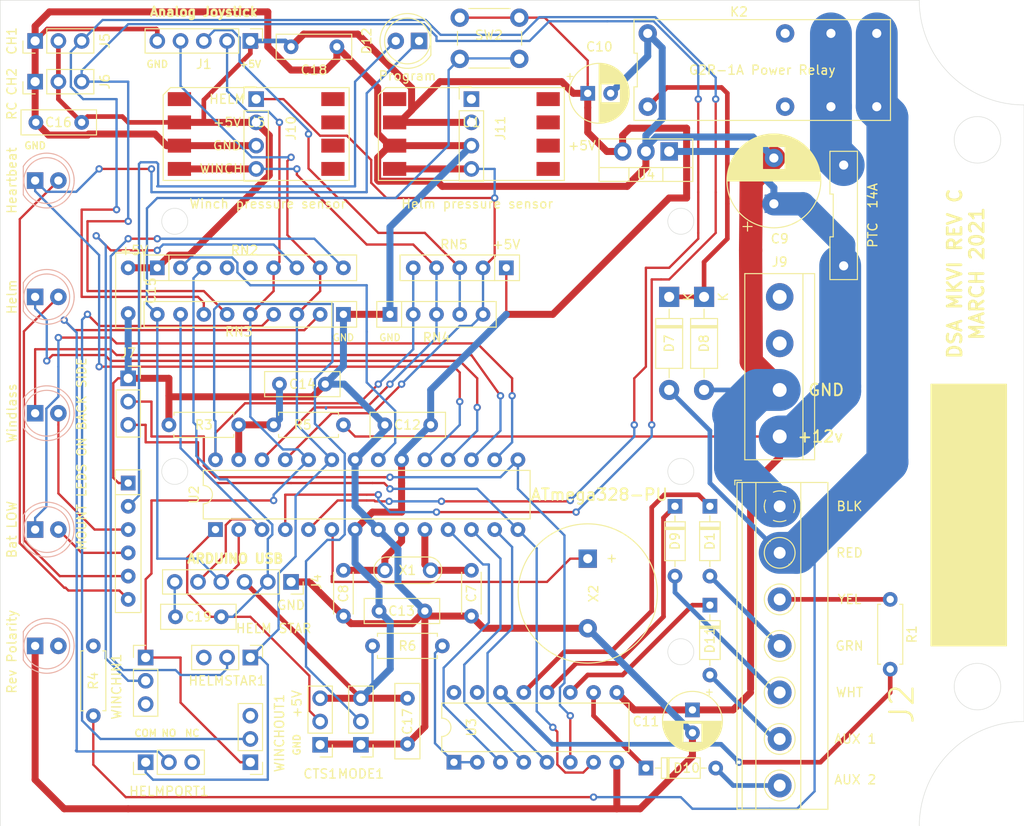
<source format=kicad_pcb>
(kicad_pcb (version 20171130) (host pcbnew "(5.1.9)-1")
  (layers (0 F.Cu signal) (31 B.Cu signal) (34 B.Paste user hide) (35 F.Paste user hide) (36 B.SilkS user hide) (37 F.SilkS user) (38 B.Mask user hide) (39 F.Mask user hide) (44 Edge.Cuts user))
  (net 0 "")
  (net 1 GNDREF)
  (net 2 "Net-(C7-Pad1)")
  (net 3 "Net-(C8-Pad1)")
  (net 4 +12V)
  (net 5 +5V)
  (net 6 "Net-(C14-Pad1)")
  (net 7 "Net-(D2-Pad2)")
  (net 8 "Net-(D3-Pad2)")
  (net 9 "Net-(D3-Pad1)")
  (net 10 "Net-(D4-Pad2)")
  (net 11 "Net-(D4-Pad1)")
  (net 12 "Net-(D5-Pad2)")
  (net 13 "Net-(D5-Pad1)")
  (net 14 +BATT)
  (net 15 "Net-(D7-Pad1)")
  (net 16 "Net-(D10-Pad2)")
  (net 17 "Net-(D10-Pad1)")
  (net 18 "Net-(D11-Pad2)")
  (net 19 "Net-(D11-Pad1)")
  (net 20 "Net-(F1-Pad2)")
  (net 21 "Net-(J1-Pad2)")
  (net 22 "Net-(J2-Pad3)")
  (net 23 "Net-(J4-Pad4)")
  (net 24 "Net-(R1-Pad2)")
  (net 25 "Net-(U2-Pad13)")
  (net 26 "Net-(U2-Pad12)")
  (net 27 "Net-(U2-Pad11)")
  (net 28 "Net-(D6-Pad2)")
  (net 29 "Net-(J4-Pad5)")
  (net 30 CH1)
  (net 31 CH2)
  (net 32 "Net-(J7-Pad2)")
  (net 33 "Net-(J7-Pad3)")
  (net 34 "Net-(D12-Pad2)")
  (net 35 "Net-(D12-Pad1)")
  (net 36 "Net-(C19-Pad2)")
  (net 37 "Net-(C19-Pad1)")
  (net 38 "Net-(D1-Pad2)")
  (net 39 "Net-(D1-Pad1)")
  (net 40 "Net-(D9-Pad2)")
  (net 41 "Net-(D9-Pad1)")
  (net 42 "Net-(J1-Pad3)")
  (net 43 "Net-(RN2-Pad2)")
  (net 44 "Net-(U1-Pad4)")
  (net 45 "Net-(J10-Pad4)")
  (net 46 "Net-(J10-Pad1)")
  (net 47 "Net-(R6-Pad2)")
  (net 48 "Net-(U2-Pad6)")
  (net 49 "Net-(HELMPORT1-Pad2)")
  (net 50 "Net-(HELMPORT1-Pad1)")
  (net 51 "Net-(HELMSTAR1-Pad2)")
  (net 52 "Net-(MODE1-Pad2)")
  (net 53 "Net-(RN2-Pad7)")
  (net 54 "Net-(RN3-Pad4)")
  (module Resistor_THT:R_Array_SIP5 (layer F.Cu) (at 151.765 81.28 180)
    (fp_text reference RN5 (at 5.715 2.54) (layer F.SilkS))
    (fp_text value "100K SIP")
    (pad 5 thru_hole oval (at 10.16 0 180) (size 1.6 1.6) (drill 0.8) (layers *.Cu *.Mask) (net 52 "Net-(MODE1-Pad2)"))
    (pad 4 thru_hole oval (at 7.62 0 180) (size 1.6 1.6) (drill 0.8) (layers *.Cu *.Mask) (net 45 "Net-(J10-Pad4)"))
    (pad 3 thru_hole oval (at 5.08 0 180) (size 1.6 1.6) (drill 0.8) (layers *.Cu *.Mask) (net 42 "Net-(J1-Pad3)"))
    (pad 2 thru_hole oval (at 2.54 0 180) (size 1.6 1.6) (drill 0.8) (layers *.Cu *.Mask) (net 46 "Net-(J10-Pad1)"))
    (pad 1 thru_hole rect (at 0 0 180) (size 1.6 1.6) (drill 0.8) (layers *.Cu *.Mask) (net 5 +5V))
  )
  (module Resistor_THT:R_Array_SIP5 (layer F.Cu) (at 139.065 86.36)
    (fp_text reference RN4 (at 5.08 2.54) (layer F.SilkS))
    (fp_text value "100K SIP")
    (pad 5 thru_hole oval (at 10.16 0) (size 1.6 1.6) (drill 0.8) (layers *.Cu *.Mask) (net 46 "Net-(J10-Pad1)"))
    (pad 4 thru_hole oval (at 7.62 0) (size 1.6 1.6) (drill 0.8) (layers *.Cu *.Mask) (net 42 "Net-(J1-Pad3)"))
    (pad 3 thru_hole oval (at 5.08 0) (size 1.6 1.6) (drill 0.8) (layers *.Cu *.Mask) (net 45 "Net-(J10-Pad4)"))
    (pad 2 thru_hole oval (at 2.54 0) (size 1.6 1.6) (drill 0.8) (layers *.Cu *.Mask) (net 52 "Net-(MODE1-Pad2)"))
    (pad 1 thru_hole rect (at 0 0) (size 1.6 1.6) (drill 0.8) (layers *.Cu *.Mask) (net 1 GNDREF))
  )
  (module Package_DIP:DIP-28_W7.62mm (layer F.Cu) (at 120.015 109.855 90)
    (fp_text reference U2 (at 3.81 -2.33 90) (layer F.SilkS))
    (fp_text value ATmega328-PU (at 3.81 41.91 180) (layer F.SilkS) (effects (font (size 1.27 1.27) (thickness 0.2032))))
    (pad 1 thru_hole rect (at 0 0 90) (size 1.6 1.6) (drill 0.8) (layers *.Cu *.Mask) (net 37 "Net-(C19-Pad1)"))
    (pad 15 thru_hole oval (at 7.62 33.02 90) (size 1.6 1.6) (drill 0.8) (layers *.Cu *.Mask) (net 32 "Net-(J7-Pad2)"))
    (pad 2 thru_hole oval (at 0 2.54 90) (size 1.6 1.6) (drill 0.8) (layers *.Cu *.Mask) (net 23 "Net-(J4-Pad4)"))
    (pad 16 thru_hole oval (at 7.62 30.48 90) (size 1.6 1.6) (drill 0.8) (layers *.Cu *.Mask) (net 13 "Net-(D5-Pad1)"))
    (pad 3 thru_hole oval (at 0 5.08 90) (size 1.6 1.6) (drill 0.8) (layers *.Cu *.Mask) (net 29 "Net-(J4-Pad5)"))
    (pad 17 thru_hole oval (at 7.62 27.94 90) (size 1.6 1.6) (drill 0.8) (layers *.Cu *.Mask) (net 11 "Net-(D4-Pad1)"))
    (pad 4 thru_hole oval (at 0 7.62 90) (size 1.6 1.6) (drill 0.8) (layers *.Cu *.Mask) (net 30 CH1))
    (pad 18 thru_hole oval (at 7.62 25.4 90) (size 1.6 1.6) (drill 0.8) (layers *.Cu *.Mask) (net 9 "Net-(D3-Pad1)"))
    (pad 5 thru_hole oval (at 0 10.16 90) (size 1.6 1.6) (drill 0.8) (layers *.Cu *.Mask) (net 31 CH2))
    (pad 19 thru_hole oval (at 7.62 22.86 90) (size 1.6 1.6) (drill 0.8) (layers *.Cu *.Mask) (net 35 "Net-(D12-Pad1)"))
    (pad 6 thru_hole oval (at 0 12.7 90) (size 1.6 1.6) (drill 0.8) (layers *.Cu *.Mask) (net 48 "Net-(U2-Pad6)"))
    (pad 20 thru_hole oval (at 7.62 20.32 90) (size 1.6 1.6) (drill 0.8) (layers *.Cu *.Mask) (net 5 +5V))
    (pad 7 thru_hole oval (at 0 15.24 90) (size 1.6 1.6) (drill 0.8) (layers *.Cu *.Mask) (net 5 +5V))
    (pad 21 thru_hole oval (at 7.62 17.78 90) (size 1.6 1.6) (drill 0.8) (layers *.Cu *.Mask) (net 43 "Net-(RN2-Pad2)"))
    (pad 8 thru_hole oval (at 0 17.78 90) (size 1.6 1.6) (drill 0.8) (layers *.Cu *.Mask) (net 1 GNDREF))
    (pad 22 thru_hole oval (at 7.62 15.24 90) (size 1.6 1.6) (drill 0.8) (layers *.Cu *.Mask) (net 1 GNDREF))
    (pad 9 thru_hole oval (at 0 20.32 90) (size 1.6 1.6) (drill 0.8) (layers *.Cu *.Mask) (net 3 "Net-(C8-Pad1)"))
    (pad 23 thru_hole oval (at 7.62 12.7 90) (size 1.6 1.6) (drill 0.8) (layers *.Cu *.Mask) (net 50 "Net-(HELMPORT1-Pad1)"))
    (pad 10 thru_hole oval (at 0 22.86 90) (size 1.6 1.6) (drill 0.8) (layers *.Cu *.Mask) (net 2 "Net-(C7-Pad1)"))
    (pad 24 thru_hole oval (at 7.62 10.16 90) (size 1.6 1.6) (drill 0.8) (layers *.Cu *.Mask) (net 21 "Net-(J1-Pad2)"))
    (pad 11 thru_hole oval (at 0 25.4 90) (size 1.6 1.6) (drill 0.8) (layers *.Cu *.Mask) (net 27 "Net-(U2-Pad11)"))
    (pad 25 thru_hole oval (at 7.62 7.62 90) (size 1.6 1.6) (drill 0.8) (layers *.Cu *.Mask) (net 46 "Net-(J10-Pad1)"))
    (pad 12 thru_hole oval (at 0 27.94 90) (size 1.6 1.6) (drill 0.8) (layers *.Cu *.Mask) (net 26 "Net-(U2-Pad12)"))
    (pad 26 thru_hole oval (at 7.62 5.08 90) (size 1.6 1.6) (drill 0.8) (layers *.Cu *.Mask) (net 45 "Net-(J10-Pad4)"))
    (pad 13 thru_hole oval (at 0 30.48 90) (size 1.6 1.6) (drill 0.8) (layers *.Cu *.Mask) (net 25 "Net-(U2-Pad13)"))
    (pad 27 thru_hole oval (at 7.62 2.54 90) (size 1.6 1.6) (drill 0.8) (layers *.Cu *.Mask) (net 6 "Net-(C14-Pad1)"))
    (pad 14 thru_hole oval (at 0 33.02 90) (size 1.6 1.6) (drill 0.8) (layers *.Cu *.Mask) (net 33 "Net-(J7-Pad3)"))
    (pad 28 thru_hole oval (at 7.62 0 90) (size 1.6 1.6) (drill 0.8) (layers *.Cu *.Mask) (net 52 "Net-(MODE1-Pad2)"))
  )
  (module LED_THT:LED_D5.0mm (layer B.Cu) (at 100.33 84.455)
    (fp_text reference D3 hide)
    (fp_text value Helm (at -2.54 0 90) (layer F.SilkS))
    (pad 2 thru_hole circle (at 2.54 0) (size 1.8 1.8) (drill 0.9) (layers *.Cu *.Mask) (net 8 "Net-(D3-Pad2)"))
    (pad 1 thru_hole rect (at 0 0) (size 1.8 1.8) (drill 0.9) (layers *.Cu *.Mask) (net 9 "Net-(D3-Pad1)"))
  )
  (module Connector_PinSocket_2.54mm:PinSocket_1x03_P2.54mm_Vertical (layer F.Cu) (at 110.49 93.345)
    (fp_text reference J7 (at 0 -2.77) (layer F.SilkS))
    (fp_text value "Cytron PWM")
    (pad 1 thru_hole rect (at 0 0) (size 1.7 1.7) (drill 1) (layers *.Cu *.Mask) (net 1 GNDREF))
    (pad 2 thru_hole oval (at 0 2.54) (size 1.7 1.7) (drill 1) (layers *.Cu *.Mask) (net 32 "Net-(J7-Pad2)"))
    (pad 3 thru_hole oval (at 0 5.08) (size 1.7 1.7) (drill 1) (layers *.Cu *.Mask) (net 33 "Net-(J7-Pad3)"))
  )
  (module Resistor_THT:R_Axial_DIN0207_L6.3mm_D2.5mm_P7.62mm_Horizontal (layer F.Cu) (at 137.16 122.555)
    (fp_text reference R6 (at 3.81 0) (layer F.SilkS))
    (fp_text value 10K)
    (pad 2 thru_hole oval (at 7.62 0) (size 1.6 1.6) (drill 0.8) (layers *.Cu *.Mask) (net 47 "Net-(R6-Pad2)"))
    (pad 1 thru_hole circle (at 0 0) (size 1.6 1.6) (drill 0.8) (layers *.Cu *.Mask) (net 5 +5V))
  )
  (module Connector_PinHeader_2.54mm:PinHeader_1x04_P2.54mm_Vertical (layer F.Cu) (at 147.955 62.865)
    (fp_text reference J11 (at 3.175 3.175 90) (layer F.SilkS))
    (fp_text value "S&P HELM")
    (pad 4 thru_hole oval (at 0 7.62) (size 1.7 1.7) (drill 1) (layers *.Cu *.Mask) (net 46 "Net-(J10-Pad1)"))
    (pad 3 thru_hole oval (at 0 5.08) (size 1.7 1.7) (drill 1) (layers *.Cu *.Mask) (net 1 GNDREF))
    (pad 2 thru_hole oval (at 0 2.54) (size 1.7 1.7) (drill 1) (layers *.Cu *.Mask) (net 5 +5V))
    (pad 1 thru_hole rect (at 0 0) (size 1.7 1.7) (drill 1) (layers *.Cu *.Mask))
  )
  (module Connector_PinHeader_2.54mm:PinHeader_1x04_P2.54mm_Vertical (layer F.Cu) (at 124.46 62.865)
    (fp_text reference J10 (at 3.81 3.175 90) (layer F.SilkS))
    (fp_text value "S&P WINCH")
    (pad 4 thru_hole oval (at 0 7.62) (size 1.7 1.7) (drill 1) (layers *.Cu *.Mask) (net 45 "Net-(J10-Pad4)"))
    (pad 3 thru_hole oval (at 0 5.08) (size 1.7 1.7) (drill 1) (layers *.Cu *.Mask) (net 1 GNDREF))
    (pad 2 thru_hole oval (at 0 2.54) (size 1.7 1.7) (drill 1) (layers *.Cu *.Mask) (net 5 +5V))
    (pad 1 thru_hole rect (at 0 0) (size 1.7 1.7) (drill 1) (layers *.Cu *.Mask) (net 46 "Net-(J10-Pad1)"))
  )
  (module Resistor_THT:R_Array_SIP6 (layer F.Cu) (at 110.49 104.775 270)
    (fp_text reference RN1)
    (fp_text value 470R)
    (pad 1 thru_hole rect (at 0 0 270) (size 1.6 1.6) (drill 0.8) (layers *.Cu *.Mask) (net 1 GNDREF))
    (pad 2 thru_hole oval (at 2.54 0 270) (size 1.6 1.6) (drill 0.8) (layers *.Cu *.Mask) (net 34 "Net-(D12-Pad2)"))
    (pad 3 thru_hole oval (at 5.08 0 270) (size 1.6 1.6) (drill 0.8) (layers *.Cu *.Mask) (net 10 "Net-(D4-Pad2)"))
    (pad 4 thru_hole oval (at 7.62 0 270) (size 1.6 1.6) (drill 0.8) (layers *.Cu *.Mask) (net 12 "Net-(D5-Pad2)"))
    (pad 5 thru_hole oval (at 10.16 0 270) (size 1.6 1.6) (drill 0.8) (layers *.Cu *.Mask) (net 8 "Net-(D3-Pad2)"))
    (pad 6 thru_hole oval (at 12.7 0 270) (size 1.6 1.6) (drill 0.8) (layers *.Cu *.Mask) (net 7 "Net-(D2-Pad2)"))
  )
  (module "IML parts:MPXV7007" (layer F.Cu) (at 124.46 66.675 270)
    (fp_text reference U5 (at -1.27 0) (layer F.SilkS))
    (fp_text value "Winch pressure sensor" (at 7.62 -1.27 180) (layer F.SilkS))
    (pad 4 smd rect (at 3.81 8.38 270) (size 1.52 2.54) (layers F.Cu F.Paste F.Mask) (net 45 "Net-(J10-Pad4)"))
    (pad 5 smd rect (at 3.81 -8.38 270) (size 1.52 2.54) (layers F.Cu F.Paste F.Mask))
    (pad 3 smd rect (at 1.27 8.38 270) (size 1.52 2.54) (layers F.Cu F.Paste F.Mask) (net 1 GNDREF))
    (pad 6 smd rect (at 1.27 -8.38 270) (size 1.52 2.54) (layers F.Cu F.Paste F.Mask))
    (pad 2 smd rect (at -1.27 8.38 270) (size 1.52 2.54) (layers F.Cu F.Paste F.Mask) (net 5 +5V))
    (pad 7 smd rect (at -1.27 -8.38 270) (size 1.52 2.54) (layers F.Cu F.Paste F.Mask))
    (pad 1 smd rect (at -3.81 8.38 270) (size 1.52 2.54) (layers F.Cu F.Paste F.Mask))
    (pad 8 smd rect (at -3.81 -8.38 270) (size 1.52 2.54) (layers F.Cu F.Paste F.Mask))
  )
  (module Resistor_THT:R_Axial_DIN0207_L6.3mm_D2.5mm_P7.62mm_Horizontal (layer F.Cu) (at 193.675 117.475 270)
    (fp_text reference R1 (at 3.81 -2.37 90) (layer F.SilkS))
    (fp_text value 470R)
    (pad 2 thru_hole oval (at 7.62 0 270) (size 1.6 1.6) (drill 0.8) (layers *.Cu *.Mask) (net 24 "Net-(R1-Pad2)"))
    (pad 1 thru_hole circle (at 0 0 270) (size 1.6 1.6) (drill 0.8) (layers *.Cu *.Mask) (net 22 "Net-(J2-Pad3)"))
  )
  (module Resistor_THT:R_Array_SIP9 (layer F.Cu) (at 133.985 86.36 180)
    (fp_text reference RN3 (at 11.43 -1.905) (layer F.SilkS))
    (fp_text value 10K)
    (pad 9 thru_hole oval (at 20.32 0 180) (size 1.6 1.6) (drill 0.8) (layers *.Cu *.Mask) (net 23 "Net-(J4-Pad4)"))
    (pad 8 thru_hole oval (at 17.78 0 180) (size 1.6 1.6) (drill 0.8) (layers *.Cu *.Mask) (net 29 "Net-(J4-Pad5)"))
    (pad 7 thru_hole oval (at 15.24 0 180) (size 1.6 1.6) (drill 0.8) (layers *.Cu *.Mask) (net 30 CH1))
    (pad 6 thru_hole oval (at 12.7 0 180) (size 1.6 1.6) (drill 0.8) (layers *.Cu *.Mask) (net 31 CH2))
    (pad 5 thru_hole oval (at 10.16 0 180) (size 1.6 1.6) (drill 0.8) (layers *.Cu *.Mask) (net 21 "Net-(J1-Pad2)"))
    (pad 4 thru_hole oval (at 7.62 0 180) (size 1.6 1.6) (drill 0.8) (layers *.Cu *.Mask) (net 54 "Net-(RN3-Pad4)"))
    (pad 3 thru_hole oval (at 5.08 0 180) (size 1.6 1.6) (drill 0.8) (layers *.Cu *.Mask) (net 50 "Net-(HELMPORT1-Pad1)"))
    (pad 2 thru_hole oval (at 2.54 0 180) (size 1.6 1.6) (drill 0.8) (layers *.Cu *.Mask) (net 49 "Net-(HELMPORT1-Pad2)"))
    (pad 1 thru_hole rect (at 0 0 180) (size 1.6 1.6) (drill 0.8) (layers *.Cu *.Mask) (net 1 GNDREF))
  )
  (module Capacitor_THT:C_Disc_D8.0mm_W2.5mm_P5.00mm (layer F.Cu) (at 127 93.98)
    (fp_text reference C14 (at 2.5 0) (layer F.SilkS))
    (fp_text value 4N7)
    (pad 2 thru_hole circle (at 5 0) (size 1.6 1.6) (drill 0.8) (layers *.Cu *.Mask) (net 1 GNDREF))
    (pad 1 thru_hole circle (at 0 0) (size 1.6 1.6) (drill 0.8) (layers *.Cu *.Mask) (net 6 "Net-(C14-Pad1)"))
  )
  (module Buzzer_Beeper:Buzzer_15x7.5RM7.6 (layer F.Cu) (at 160.655 113.03 270)
    (fp_text reference X2 (at 3.81 -0.635 90) (layer F.SilkS))
    (fp_text value Buzzer)
    (fp_text user + (at -0.01 -2.54 90) (layer F.SilkS))
    (pad 2 thru_hole circle (at 7.6 0 270) (size 2 2) (drill 1) (layers *.Cu *.Mask) (net 1 GNDREF))
    (pad 1 thru_hole rect (at 0 0 270) (size 2 2) (drill 1) (layers *.Cu *.Mask) (net 48 "Net-(U2-Pad6)"))
  )
  (module TerminalBlock_Phoenix:TerminalBlock_Phoenix_MKDS-1,5-7-5.08_1x07_P5.08mm_Horizontal (layer F.Cu) (at 181.61 107.315 270)
    (fp_text reference J2 (at 21.59 -13.335 90) (layer F.SilkS) (effects (font (size 2.54 2.54) (thickness 0.254))))
    (fp_text value ".200 EURO")
    (pad 7 thru_hole circle (at 30.48 0 270) (size 2.6 2.6) (drill 1.3) (layers *.Cu *.Mask) (net 16 "Net-(D10-Pad2)"))
    (pad 6 thru_hole circle (at 25.4 0 270) (size 2.6 2.6) (drill 1.3) (layers *.Cu *.Mask) (net 18 "Net-(D11-Pad2)"))
    (pad 5 thru_hole circle (at 20.32 0 270) (size 2.6 2.6) (drill 1.3) (layers *.Cu *.Mask) (net 40 "Net-(D9-Pad2)"))
    (pad 4 thru_hole circle (at 15.24 0 270) (size 2.6 2.6) (drill 1.3) (layers *.Cu *.Mask) (net 38 "Net-(D1-Pad2)"))
    (pad 3 thru_hole circle (at 10.16 0 270) (size 2.6 2.6) (drill 1.3) (layers *.Cu *.Mask) (net 22 "Net-(J2-Pad3)"))
    (pad 2 thru_hole circle (at 5.08 0 270) (size 2.6 2.6) (drill 1.3) (layers *.Cu *.Mask) (net 14 +BATT))
    (pad 1 thru_hole rect (at 0 0 270) (size 2.6 2.6) (drill 1.3) (layers *.Cu *.Mask) (net 1 GNDREF))
  )
  (module Resistor_THT:R_Axial_DIN0207_L6.3mm_D2.5mm_P7.62mm_Horizontal (layer F.Cu) (at 133.985 98.425 180)
    (fp_text reference R5 (at 4.445 0) (layer F.SilkS))
    (fp_text value 11K)
    (pad 2 thru_hole oval (at 7.62 0 180) (size 1.6 1.6) (drill 0.8) (layers *.Cu *.Mask) (net 6 "Net-(C14-Pad1)"))
    (pad 1 thru_hole circle (at 0 0 180) (size 1.6 1.6) (drill 0.8) (layers *.Cu *.Mask) (net 4 +12V))
  )
  (module Resistor_THT:R_Array_SIP9 (layer F.Cu) (at 113.665 81.28)
    (fp_text reference RN2 (at 9.525 -1.905) (layer F.SilkS))
    (fp_text value 10K)
    (pad 9 thru_hole oval (at 20.32 0) (size 1.6 1.6) (drill 0.8) (layers *.Cu *.Mask) (net 51 "Net-(HELMSTAR1-Pad2)"))
    (pad 8 thru_hole oval (at 17.78 0) (size 1.6 1.6) (drill 0.8) (layers *.Cu *.Mask) (net 50 "Net-(HELMPORT1-Pad1)"))
    (pad 7 thru_hole oval (at 15.24 0) (size 1.6 1.6) (drill 0.8) (layers *.Cu *.Mask) (net 53 "Net-(RN2-Pad7)"))
    (pad 6 thru_hole oval (at 12.7 0) (size 1.6 1.6) (drill 0.8) (layers *.Cu *.Mask) (net 21 "Net-(J1-Pad2)"))
    (pad 5 thru_hole oval (at 10.16 0) (size 1.6 1.6) (drill 0.8) (layers *.Cu *.Mask))
    (pad 4 thru_hole oval (at 7.62 0) (size 1.6 1.6) (drill 0.8) (layers *.Cu *.Mask))
    (pad 3 thru_hole oval (at 5.08 0) (size 1.6 1.6) (drill 0.8) (layers *.Cu *.Mask) (net 37 "Net-(C19-Pad1)"))
    (pad 2 thru_hole oval (at 2.54 0) (size 1.6 1.6) (drill 0.8) (layers *.Cu *.Mask) (net 43 "Net-(RN2-Pad2)"))
    (pad 1 thru_hole rect (at 0 0) (size 1.6 1.6) (drill 0.8) (layers *.Cu *.Mask) (net 5 +5V))
  )
  (module Diode_THT:D_DO-35_SOD27_P7.62mm_Horizontal (layer F.Cu) (at 170.18 107.315 270)
    (fp_text reference D9 (at 3.81 0 90) (layer F.SilkS))
    (fp_text value BAT48RL)
    (pad 2 thru_hole oval (at 7.62 0 270) (size 1.6 1.6) (drill 0.8) (layers *.Cu *.Mask) (net 40 "Net-(D9-Pad2)"))
    (pad 1 thru_hole rect (at 0 0 270) (size 1.6 1.6) (drill 0.8) (layers *.Cu *.Mask) (net 41 "Net-(D9-Pad1)"))
  )
  (module Diode_THT:D_DO-35_SOD27_P7.62mm_Horizontal (layer F.Cu) (at 173.99 107.315 270)
    (fp_text reference D1 (at 3.81 0 90) (layer F.SilkS))
    (fp_text value BAT48RL)
    (pad 2 thru_hole oval (at 7.62 0 270) (size 1.6 1.6) (drill 0.8) (layers *.Cu *.Mask) (net 38 "Net-(D1-Pad2)"))
    (pad 1 thru_hole rect (at 0 0 270) (size 1.6 1.6) (drill 0.8) (layers *.Cu *.Mask) (net 39 "Net-(D1-Pad1)"))
  )
  (module Capacitor_THT:C_Disc_D8.0mm_W2.5mm_P5.00mm (layer F.Cu) (at 120.65 119.38 180)
    (fp_text reference C19 (at 2.5 0) (layer F.SilkS))
    (fp_text value ".1uF 50V")
    (pad 2 thru_hole circle (at 5 0 180) (size 1.6 1.6) (drill 0.8) (layers *.Cu *.Mask) (net 36 "Net-(C19-Pad2)"))
    (pad 1 thru_hole circle (at 0 0 180) (size 1.6 1.6) (drill 0.8) (layers *.Cu *.Mask) (net 37 "Net-(C19-Pad1)"))
  )
  (module Capacitor_THT:C_Disc_D8.0mm_W2.5mm_P5.00mm (layer F.Cu) (at 128.27 57.15)
    (fp_text reference C18 (at 2.5 2.54) (layer F.SilkS))
    (fp_text value ".47uF 50V")
    (pad 2 thru_hole circle (at 5 0) (size 1.6 1.6) (drill 0.8) (layers *.Cu *.Mask) (net 1 GNDREF))
    (pad 1 thru_hole circle (at 0 0) (size 1.6 1.6) (drill 0.8) (layers *.Cu *.Mask) (net 5 +5V))
  )
  (module Connector_PinHeader_2.54mm:PinHeader_1x03_P2.54mm_Vertical (layer F.Cu) (at 123.825 135.255 180)
    (fp_text reference WINCHOUT1 (at -3.175 3.175 90) (layer F.SilkS))
    (fp_text value "WINCH OUT")
    (pad 3 thru_hole oval (at 0 5.08 180) (size 1.7 1.7) (drill 1) (layers *.Cu *.Mask))
    (pad 2 thru_hole oval (at 0 2.54 180) (size 1.7 1.7) (drill 1) (layers *.Cu *.Mask) (net 54 "Net-(RN3-Pad4)"))
    (pad 1 thru_hole rect (at 0 0 180) (size 1.7 1.7) (drill 1) (layers *.Cu *.Mask) (net 21 "Net-(J1-Pad2)"))
  )
  (module Connector_PinHeader_2.54mm:PinHeader_1x03_P2.54mm_Vertical (layer F.Cu) (at 112.395 135.255 90)
    (fp_text reference HELMPORT1 (at -3.175 2.54 180) (layer F.SilkS))
    (fp_text value "HELM PORT")
    (pad 3 thru_hole oval (at 0 5.08 90) (size 1.7 1.7) (drill 1) (layers *.Cu *.Mask))
    (pad 2 thru_hole oval (at 0 2.54 90) (size 1.7 1.7) (drill 1) (layers *.Cu *.Mask) (net 49 "Net-(HELMPORT1-Pad2)"))
    (pad 1 thru_hole rect (at 0 0 90) (size 1.7 1.7) (drill 1) (layers *.Cu *.Mask) (net 50 "Net-(HELMPORT1-Pad1)"))
  )
  (module Connector_PinHeader_2.54mm:PinHeader_1x03_P2.54mm_Vertical (layer F.Cu) (at 112.395 123.825)
    (fp_text reference WINCHIN1 (at -3.175 3.175 90) (layer F.SilkS))
    (fp_text value "WINCH IN")
    (pad 3 thru_hole oval (at 0 5.08) (size 1.7 1.7) (drill 1) (layers *.Cu *.Mask))
    (pad 2 thru_hole oval (at 0 2.54) (size 1.7 1.7) (drill 1) (layers *.Cu *.Mask) (net 53 "Net-(RN2-Pad7)"))
    (pad 1 thru_hole rect (at 0 0) (size 1.7 1.7) (drill 1) (layers *.Cu *.Mask) (net 21 "Net-(J1-Pad2)"))
  )
  (module Connector_PinHeader_2.54mm:PinHeader_1x03_P2.54mm_Vertical (layer F.Cu) (at 123.825 123.825 270)
    (fp_text reference HELMSTAR1 (at 2.54 2.54 180) (layer F.SilkS))
    (fp_text value "HELM STAR")
    (pad 3 thru_hole oval (at 0 5.08 270) (size 1.7 1.7) (drill 1) (layers *.Cu *.Mask))
    (pad 2 thru_hole oval (at 0 2.54 270) (size 1.7 1.7) (drill 1) (layers *.Cu *.Mask) (net 51 "Net-(HELMSTAR1-Pad2)"))
    (pad 1 thru_hole rect (at 0 0 270) (size 1.7 1.7) (drill 1) (layers *.Cu *.Mask) (net 50 "Net-(HELMPORT1-Pad1)"))
  )
  (module Connector_PinHeader_2.54mm:PinHeader_1x03_P2.54mm_Vertical (layer F.Cu) (at 135.89 133.35 180)
    (fp_text reference MODE1 (at 0 -3.175) (layer F.SilkS))
    (fp_text value Jumper_MODE)
    (pad 3 thru_hole oval (at 0 5.08 180) (size 1.7 1.7) (drill 1) (layers *.Cu *.Mask) (net 5 +5V))
    (pad 2 thru_hole oval (at 0 2.54 180) (size 1.7 1.7) (drill 1) (layers *.Cu *.Mask) (net 52 "Net-(MODE1-Pad2)"))
    (pad 1 thru_hole rect (at 0 0 180) (size 1.7 1.7) (drill 1) (layers *.Cu *.Mask) (net 1 GNDREF))
  )
  (module Connector_PinHeader_2.54mm:PinHeader_1x03_P2.54mm_Vertical (layer F.Cu) (at 131.445 133.35 180)
    (fp_text reference CTS1 (at 0 -3.175) (layer F.SilkS))
    (fp_text value Jumper_CTS)
    (pad 3 thru_hole oval (at 0 5.08 180) (size 1.7 1.7) (drill 1) (layers *.Cu *.Mask) (net 5 +5V))
    (pad 2 thru_hole oval (at 0 2.54 180) (size 1.7 1.7) (drill 1) (layers *.Cu *.Mask) (net 37 "Net-(C19-Pad1)"))
    (pad 1 thru_hole rect (at 0 0 180) (size 1.7 1.7) (drill 1) (layers *.Cu *.Mask) (net 1 GNDREF))
  )
  (module Connector_PinHeader_2.54mm:PinHeader_1x03_P2.54mm_Vertical (layer F.Cu) (at 100.33 60.96 90)
    (fp_text reference J6 (at 0 7.62 90) (layer F.SilkS))
    (fp_text value CH2 (at 0 -2.54 90) (layer F.SilkS))
    (pad 3 thru_hole oval (at 0 5.08 90) (size 1.7 1.7) (drill 1) (layers *.Cu *.Mask) (net 31 CH2))
    (pad 2 thru_hole oval (at 0 2.54 90) (size 1.7 1.7) (drill 1) (layers *.Cu *.Mask) (net 5 +5V))
    (pad 1 thru_hole rect (at 0 0 90) (size 1.7 1.7) (drill 1) (layers *.Cu *.Mask) (net 1 GNDREF))
  )
  (module Connector_PinHeader_2.54mm:PinHeader_1x03_P2.54mm_Vertical (layer F.Cu) (at 100.33 56.515 90)
    (fp_text reference J5 (at 0 7.62 90) (layer F.SilkS))
    (fp_text value CH1 (at 0 -2.54 90) (layer F.SilkS))
    (pad 3 thru_hole oval (at 0 5.08 90) (size 1.7 1.7) (drill 1) (layers *.Cu *.Mask) (net 30 CH1))
    (pad 2 thru_hole oval (at 0 2.54 90) (size 1.7 1.7) (drill 1) (layers *.Cu *.Mask) (net 5 +5V))
    (pad 1 thru_hole rect (at 0 0 90) (size 1.7 1.7) (drill 1) (layers *.Cu *.Mask) (net 1 GNDREF))
  )
  (module Crystal:Resonator-2Pin_W7.0mm_H2.5mm (layer F.Cu) (at 143.51 114.3 180)
    (fp_text reference X1 (at 2.54 0) (layer F.SilkS))
    (fp_text value "16 mhz xtal")
    (pad 1 thru_hole circle (at 0 0 180) (size 1.7 1.7) (drill 1) (layers *.Cu *.Mask) (net 2 "Net-(C7-Pad1)"))
    (pad 2 thru_hole circle (at 5 0 180) (size 1.7 1.7) (drill 1) (layers *.Cu *.Mask) (net 3 "Net-(C8-Pad1)"))
  )
  (module Package_DIP:DIP-16_W7.62mm (layer F.Cu) (at 146.05 135.255 90)
    (fp_text reference U3 (at 3.81 1.905 90) (layer F.SilkS))
    (fp_text value ULN2003)
    (pad 1 thru_hole rect (at 0 0 90) (size 1.6 1.6) (drill 0.8) (layers *.Cu *.Mask) (net 47 "Net-(R6-Pad2)"))
    (pad 9 thru_hole oval (at 7.62 17.78 90) (size 1.6 1.6) (drill 0.8) (layers *.Cu *.Mask) (net 4 +12V))
    (pad 2 thru_hole oval (at 0 2.54 90) (size 1.6 1.6) (drill 0.8) (layers *.Cu *.Mask) (net 47 "Net-(R6-Pad2)"))
    (pad 10 thru_hole oval (at 7.62 15.24 90) (size 1.6 1.6) (drill 0.8) (layers *.Cu *.Mask) (net 17 "Net-(D10-Pad1)"))
    (pad 3 thru_hole oval (at 0 5.08 90) (size 1.6 1.6) (drill 0.8) (layers *.Cu *.Mask) (net 27 "Net-(U2-Pad11)"))
    (pad 11 thru_hole oval (at 7.62 12.7 90) (size 1.6 1.6) (drill 0.8) (layers *.Cu *.Mask) (net 19 "Net-(D11-Pad1)"))
    (pad 4 thru_hole oval (at 0 7.62 90) (size 1.6 1.6) (drill 0.8) (layers *.Cu *.Mask) (net 26 "Net-(U2-Pad12)"))
    (pad 12 thru_hole oval (at 7.62 10.16 90) (size 1.6 1.6) (drill 0.8) (layers *.Cu *.Mask) (net 41 "Net-(D9-Pad1)"))
    (pad 5 thru_hole oval (at 0 10.16 90) (size 1.6 1.6) (drill 0.8) (layers *.Cu *.Mask) (net 25 "Net-(U2-Pad13)"))
    (pad 13 thru_hole oval (at 7.62 7.62 90) (size 1.6 1.6) (drill 0.8) (layers *.Cu *.Mask) (net 39 "Net-(D1-Pad1)"))
    (pad 6 thru_hole oval (at 0 12.7 90) (size 1.6 1.6) (drill 0.8) (layers *.Cu *.Mask) (net 32 "Net-(J7-Pad2)"))
    (pad 14 thru_hole oval (at 7.62 5.08 90) (size 1.6 1.6) (drill 0.8) (layers *.Cu *.Mask) (net 24 "Net-(R1-Pad2)"))
    (pad 7 thru_hole oval (at 0 15.24 90) (size 1.6 1.6) (drill 0.8) (layers *.Cu *.Mask) (net 33 "Net-(J7-Pad3)"))
    (pad 15 thru_hole oval (at 7.62 2.54 90) (size 1.6 1.6) (drill 0.8) (layers *.Cu *.Mask))
    (pad 8 thru_hole oval (at 0 17.78 90) (size 1.6 1.6) (drill 0.8) (layers *.Cu *.Mask) (net 1 GNDREF))
    (pad 16 thru_hole oval (at 7.62 0 90) (size 1.6 1.6) (drill 0.8) (layers *.Cu *.Mask))
  )
  (module "IML parts:MPXV7007" (layer F.Cu) (at 147.955 66.675 270)
    (fp_text reference U1 (at -1.27 0) (layer F.SilkS))
    (fp_text value "Helm pressure sensor" (at 7.62 -0.635 180) (layer F.SilkS))
    (pad 4 smd rect (at 3.81 8.38 270) (size 1.52 2.54) (layers F.Cu F.Paste F.Mask) (net 46 "Net-(J10-Pad1)"))
    (pad 5 smd rect (at 3.81 -8.38 270) (size 1.52 2.54) (layers F.Cu F.Paste F.Mask))
    (pad 3 smd rect (at 1.27 8.38 270) (size 1.52 2.54) (layers F.Cu F.Paste F.Mask) (net 1 GNDREF))
    (pad 6 smd rect (at 1.27 -8.38 270) (size 1.52 2.54) (layers F.Cu F.Paste F.Mask))
    (pad 2 smd rect (at -1.27 8.38 270) (size 1.52 2.54) (layers F.Cu F.Paste F.Mask) (net 5 +5V))
    (pad 7 smd rect (at -1.27 -8.38 270) (size 1.52 2.54) (layers F.Cu F.Paste F.Mask))
    (pad 1 smd rect (at -3.81 8.38 270) (size 1.52 2.54) (layers F.Cu F.Paste F.Mask))
    (pad 8 smd rect (at -3.81 -8.38 270) (size 1.52 2.54) (layers F.Cu F.Paste F.Mask))
  )
  (module Capacitor_THT:CP_Radial_D6.3mm_P2.50mm (layer F.Cu) (at 172.085 129.54 270)
    (fp_text reference C11 (at 1.27 5.08 180) (layer F.SilkS))
    (fp_text value "10uF 16V")
    (pad 1 thru_hole rect (at 0 0 270) (size 1.6 1.6) (drill 0.8) (layers *.Cu *.Mask) (net 4 +12V))
    (pad 2 thru_hole circle (at 2.5 0 270) (size 1.6 1.6) (drill 0.8) (layers *.Cu *.Mask) (net 1 GNDREF))
  )
  (module Button_Switch_THT:SW_PUSH_6mm_H4.3mm (layer F.Cu) (at 146.685 53.975)
    (fp_text reference SW2 (at 3.175 1.905 180) (layer F.SilkS))
    (fp_text value Program (at -5.715 6.35) (layer F.SilkS))
    (pad 1 thru_hole circle (at 6.5 0 90) (size 2 2) (drill 1.1) (layers *.Cu *.Mask) (net 5 +5V))
    (pad 2 thru_hole circle (at 6.5 4.5 90) (size 2 2) (drill 1.1) (layers *.Cu *.Mask) (net 23 "Net-(J4-Pad4)"))
    (pad 1 thru_hole circle (at 0 0 90) (size 2 2) (drill 1.1) (layers *.Cu *.Mask) (net 5 +5V))
    (pad 2 thru_hole circle (at 0 4.5 90) (size 2 2) (drill 1.1) (layers *.Cu *.Mask) (net 23 "Net-(J4-Pad4)"))
  )
  (module Capacitor_THT:C_Disc_D4.3mm_W1.9mm_P5.00mm (layer F.Cu) (at 147.955 114.3 270)
    (fp_text reference C7 (at 2.54 0 90) (layer F.SilkS))
    (fp_text value "22 pF")
    (pad 2 thru_hole circle (at 5 0 270) (size 1.6 1.6) (drill 0.8) (layers *.Cu *.Mask) (net 1 GNDREF))
    (pad 1 thru_hole circle (at 0 0 270) (size 1.6 1.6) (drill 0.8) (layers *.Cu *.Mask) (net 2 "Net-(C7-Pad1)"))
  )
  (module Capacitor_THT:C_Disc_D4.3mm_W1.9mm_P5.00mm (layer F.Cu) (at 133.985 114.3 270)
    (fp_text reference C8 (at 2.54 0 90) (layer F.SilkS))
    (fp_text value "22 pF")
    (pad 1 thru_hole circle (at 0 0 270) (size 1.6 1.6) (drill 0.8) (layers *.Cu *.Mask) (net 3 "Net-(C8-Pad1)"))
    (pad 2 thru_hole circle (at 5 0 270) (size 1.6 1.6) (drill 0.8) (layers *.Cu *.Mask) (net 1 GNDREF))
  )
  (module Capacitor_THT:CP_Radial_D10.0mm_P5.00mm (layer F.Cu) (at 180.975 74.295 90)
    (fp_text reference C9 (at -3.81 0.635 180) (layer F.SilkS))
    (fp_text value "1000 uF 16V")
    (pad 1 thru_hole rect (at 0 0 90) (size 2 2) (drill 1) (layers *.Cu *.Mask) (net 4 +12V))
    (pad 2 thru_hole circle (at 5 0 90) (size 2 2) (drill 1) (layers *.Cu *.Mask) (net 1 GNDREF))
  )
  (module Capacitor_THT:CP_Radial_D6.3mm_P2.50mm (layer F.Cu) (at 160.655 62.23)
    (fp_text reference C10 (at 1.27 -5.08) (layer F.SilkS))
    (fp_text value "10 uF 16V")
    (pad 2 thru_hole circle (at 2.5 0) (size 1.6 1.6) (drill 0.8) (layers *.Cu *.Mask) (net 1 GNDREF))
    (pad 1 thru_hole rect (at 0 0) (size 1.6 1.6) (drill 0.8) (layers *.Cu *.Mask) (net 5 +5V))
  )
  (module Capacitor_THT:C_Disc_D8.0mm_W2.5mm_P5.00mm (layer F.Cu) (at 143.51 98.425 180)
    (fp_text reference C12 (at 2.54 0) (layer F.SilkS))
    (fp_text value ".47uF 50V")
    (pad 1 thru_hole circle (at 0 0 180) (size 1.6 1.6) (drill 0.8) (layers *.Cu *.Mask) (net 5 +5V))
    (pad 2 thru_hole circle (at 5 0 180) (size 1.6 1.6) (drill 0.8) (layers *.Cu *.Mask) (net 1 GNDREF))
  )
  (module Capacitor_THT:C_Disc_D8.0mm_W2.5mm_P5.00mm (layer F.Cu) (at 137.875 118.745)
    (fp_text reference C13 (at 2.46 0) (layer F.SilkS))
    (fp_text value ".47uF 50V")
    (pad 1 thru_hole circle (at 0 0) (size 1.6 1.6) (drill 0.8) (layers *.Cu *.Mask) (net 5 +5V))
    (pad 2 thru_hole circle (at 5 0) (size 1.6 1.6) (drill 0.8) (layers *.Cu *.Mask) (net 1 GNDREF))
  )
  (module LED_THT:LED_D5.0mm (layer B.Cu) (at 100.33 71.755)
    (fp_text reference D2 hide)
    (fp_text value Heartbeat (at -2.54 0 90) (layer F.SilkS))
    (pad 1 thru_hole rect (at 0 0) (size 1.8 1.8) (drill 0.9) (layers *.Cu *.Mask) (net 35 "Net-(D12-Pad1)"))
    (pad 2 thru_hole circle (at 2.54 0) (size 1.8 1.8) (drill 0.9) (layers *.Cu *.Mask) (net 7 "Net-(D2-Pad2)"))
  )
  (module LED_THT:LED_D5.0mm (layer B.Cu) (at 100.33 97.155)
    (fp_text reference D4 hide)
    (fp_text value Windlass (at -2.54 0 90) (layer F.SilkS))
    (pad 2 thru_hole circle (at 2.54 0) (size 1.8 1.8) (drill 0.9) (layers *.Cu *.Mask) (net 10 "Net-(D4-Pad2)"))
    (pad 1 thru_hole rect (at 0 0) (size 1.8 1.8) (drill 0.9) (layers *.Cu *.Mask) (net 11 "Net-(D4-Pad1)"))
  )
  (module LED_THT:LED_D5.0mm (layer B.Cu) (at 100.33 109.855)
    (fp_text reference D5 hide)
    (fp_text value "Bat LOW" (at -2.54 0 90) (layer F.SilkS))
    (pad 1 thru_hole rect (at 0 0) (size 1.8 1.8) (drill 0.9) (layers *.Cu *.Mask) (net 13 "Net-(D5-Pad1)"))
    (pad 2 thru_hole circle (at 2.54 0) (size 1.8 1.8) (drill 0.9) (layers *.Cu *.Mask) (net 12 "Net-(D5-Pad2)"))
  )
  (module LED_THT:LED_D5.0mm (layer B.Cu) (at 100.33 122.555)
    (fp_text reference D6 hide)
    (fp_text value "Rev Polarity" (at -2.54 0.635 90) (layer F.SilkS))
    (pad 1 thru_hole rect (at 0 0) (size 1.8 1.8) (drill 0.9) (layers *.Cu *.Mask) (net 1 GNDREF))
    (pad 2 thru_hole circle (at 2.54 0) (size 1.8 1.8) (drill 0.9) (layers *.Cu *.Mask) (net 28 "Net-(D6-Pad2)"))
  )
  (module Diode_THT:D_DO-41_SOD81_P10.16mm_Horizontal (layer F.Cu) (at 169.545 84.455 270)
    (fp_text reference D7 (at 5.08 0 90) (layer F.SilkS))
    (fp_text value 1N4001)
    (fp_text user K (at 0 -2.1 90) (layer F.SilkS))
    (pad 1 thru_hole rect (at 0 0 270) (size 2.2 2.2) (drill 1.1) (layers *.Cu *.Mask) (net 15 "Net-(D7-Pad1)"))
    (pad 2 thru_hole oval (at 10.16 0 270) (size 2.2 2.2) (drill 1.1) (layers *.Cu *.Mask) (net 14 +BATT))
  )
  (module Diode_THT:D_DO-41_SOD81_P10.16mm_Horizontal (layer F.Cu) (at 173.355 84.455 270)
    (fp_text reference D8 (at 5.08 0 90) (layer F.SilkS))
    (fp_text value 1N4001)
    (fp_text user K (at 0 -2.1 90) (layer F.SilkS))
    (pad 2 thru_hole oval (at 10.16 0 270) (size 2.2 2.2) (drill 1.1) (layers *.Cu *.Mask) (net 1 GNDREF))
    (pad 1 thru_hole rect (at 0 0 270) (size 2.2 2.2) (drill 1.1) (layers *.Cu *.Mask) (net 15 "Net-(D7-Pad1)"))
  )
  (module Diode_THT:D_DO-35_SOD27_P7.62mm_Horizontal (layer F.Cu) (at 167.005 135.89)
    (fp_text reference D10 (at 4.445 0) (layer F.SilkS))
    (fp_text value BAT48RL)
    (pad 2 thru_hole oval (at 7.62 0) (size 1.6 1.6) (drill 0.8) (layers *.Cu *.Mask) (net 16 "Net-(D10-Pad2)"))
    (pad 1 thru_hole rect (at 0 0) (size 1.6 1.6) (drill 0.8) (layers *.Cu *.Mask) (net 17 "Net-(D10-Pad1)"))
  )
  (module Diode_THT:D_DO-35_SOD27_P7.62mm_Horizontal (layer F.Cu) (at 173.99 118.11 270)
    (fp_text reference D11 (at 3.81 0 90) (layer F.SilkS))
    (fp_text value BAT48RL)
    (pad 1 thru_hole rect (at 0 0 270) (size 1.6 1.6) (drill 0.8) (layers *.Cu *.Mask) (net 19 "Net-(D11-Pad1)"))
    (pad 2 thru_hole oval (at 7.62 0 270) (size 1.6 1.6) (drill 0.8) (layers *.Cu *.Mask) (net 18 "Net-(D11-Pad2)"))
  )
  (module Connector_PinHeader_2.54mm:PinHeader_1x05_P2.54mm_Vertical (layer F.Cu) (at 123.825 56.515 270)
    (fp_text reference J1 (at 2.54 5.08 180) (layer F.SilkS))
    (fp_text value "Analog Joystick" (at -3.175 5.08 180) (layer F.SilkS) (effects (font (thickness 0.25))))
    (pad 1 thru_hole rect (at 0 0 270) (size 1.7 1.7) (drill 1) (layers *.Cu *.Mask) (net 5 +5V))
    (pad 2 thru_hole oval (at 0 2.54 270) (size 1.7 1.7) (drill 1) (layers *.Cu *.Mask) (net 21 "Net-(J1-Pad2)"))
    (pad 3 thru_hole oval (at 0 5.08 270) (size 1.7 1.7) (drill 1) (layers *.Cu *.Mask) (net 42 "Net-(J1-Pad3)"))
    (pad 4 thru_hole oval (at 0 7.62 270) (size 1.7 1.7) (drill 1) (layers *.Cu *.Mask) (net 50 "Net-(HELMPORT1-Pad1)"))
    (pad 5 thru_hole oval (at 0 10.16 270) (size 1.7 1.7) (drill 1) (layers *.Cu *.Mask) (net 1 GNDREF))
  )
  (module "IML parts:G2R-1A" (layer F.Cu) (at 179.705 59.69)
    (fp_text reference K2 (at -2.54 -6.35 180) (layer F.SilkS))
    (fp_text value "G2R-1A Power Relay" (at 0 0) (layer F.SilkS))
    (pad 8 thru_hole circle (at -12.5 -4) (size 2 2) (drill 1) (layers *.Cu *.Mask) (net 1 GNDREF))
    (pad 1 thru_hole circle (at -12.5 4) (size 2 2) (drill 1) (layers *.Cu *.Mask) (net 15 "Net-(D7-Pad1)"))
    (pad 7 thru_hole circle (at 2.5 -4) (size 2 2) (drill 1) (layers *.Cu *.Mask))
    (pad 2 thru_hole circle (at 2.5 4) (size 2 2) (drill 1) (layers *.Cu *.Mask))
    (pad 6 thru_hole circle (at 7.5 -4) (size 2 2) (drill 1) (layers *.Cu *.Mask) (net 20 "Net-(F1-Pad2)"))
    (pad 3 thru_hole circle (at 7.5 4) (size 2 2) (drill 1) (layers *.Cu *.Mask) (net 20 "Net-(F1-Pad2)"))
    (pad 5 thru_hole circle (at 12.5 -4) (size 2 2) (drill 1) (layers *.Cu *.Mask) (net 14 +BATT))
    (pad 4 thru_hole circle (at 12.5 4) (size 2 2) (drill 1) (layers *.Cu *.Mask) (net 14 +BATT))
  )
  (module Resistor_THT:R_Axial_DIN0207_L6.3mm_D2.5mm_P7.62mm_Horizontal (layer F.Cu) (at 122.555 98.425 180)
    (fp_text reference R3 (at 3.81 0) (layer F.SilkS))
    (fp_text value 4.9K)
    (pad 1 thru_hole circle (at 0 0 180) (size 1.6 1.6) (drill 0.8) (layers *.Cu *.Mask) (net 6 "Net-(C14-Pad1)"))
    (pad 2 thru_hole oval (at 7.62 0 180) (size 1.6 1.6) (drill 0.8) (layers *.Cu *.Mask) (net 1 GNDREF))
  )
  (module Resistor_THT:R_Axial_DIN0207_L6.3mm_D2.5mm_P7.62mm_Horizontal (layer F.Cu) (at 106.68 130.175 90)
    (fp_text reference R4 (at 3.81 0 90) (layer F.SilkS))
    (fp_text value 1K)
    (pad 2 thru_hole oval (at 7.62 0 90) (size 1.6 1.6) (drill 0.8) (layers *.Cu *.Mask) (net 28 "Net-(D6-Pad2)"))
    (pad 1 thru_hole circle (at 0 0 90) (size 1.6 1.6) (drill 0.8) (layers *.Cu *.Mask) (net 14 +BATT))
  )
  (module Package_TO_SOT_THT:TO-220-3_Vertical (layer F.Cu) (at 169.545 68.58 180)
    (fp_text reference U4 (at 2.54 -2.54) (layer F.SilkS))
    (fp_text value L7805)
    (pad 1 thru_hole rect (at 0 0 180) (size 1.905 2) (drill 1.1) (layers *.Cu *.Mask) (net 4 +12V))
    (pad 2 thru_hole oval (at 2.54 0 180) (size 1.905 2) (drill 1.1) (layers *.Cu *.Mask) (net 1 GNDREF))
    (pad 3 thru_hole oval (at 5.08 0 180) (size 1.905 2) (drill 1.1) (layers *.Cu *.Mask) (net 5 +5V))
  )
  (module Capacitor_THT:C_Disc_D8.0mm_W2.5mm_P5.00mm (layer F.Cu) (at 110.49 81.28 270)
    (fp_text reference C15 (at 2.5 -2.5 90) (layer F.SilkS))
    (fp_text value ".47uF 50V")
    (pad 1 thru_hole circle (at 0 0 270) (size 1.6 1.6) (drill 0.8) (layers *.Cu *.Mask) (net 5 +5V))
    (pad 2 thru_hole circle (at 5 0 270) (size 1.6 1.6) (drill 0.8) (layers *.Cu *.Mask) (net 1 GNDREF))
  )
  (module Capacitor_THT:C_Disc_D8.0mm_W2.5mm_P5.00mm (layer F.Cu) (at 105.41 65.405 180)
    (fp_text reference C16 (at 2.54 0 180) (layer F.SilkS))
    (fp_text value ".47uF 50V")
    (pad 1 thru_hole circle (at 0 0 180) (size 1.6 1.6) (drill 0.8) (layers *.Cu *.Mask) (net 5 +5V))
    (pad 2 thru_hole circle (at 5 0 180) (size 1.6 1.6) (drill 0.8) (layers *.Cu *.Mask) (net 1 GNDREF))
  )
  (module Capacitor_THT:C_Disc_D8.0mm_W2.5mm_P5.00mm (layer F.Cu) (at 140.97 128.27 270)
    (fp_text reference C17 (at 2.54 0 270) (layer F.SilkS))
    (fp_text value ".47uF 50V")
    (pad 2 thru_hole circle (at 5 0 270) (size 1.6 1.6) (drill 0.8) (layers *.Cu *.Mask) (net 1 GNDREF))
    (pad 1 thru_hole circle (at 0 0 270) (size 1.6 1.6) (drill 0.8) (layers *.Cu *.Mask) (net 5 +5V))
  )
  (module Connector_PinSocket_2.54mm:PinSocket_1x06_P2.54mm_Vertical (layer F.Cu) (at 128.27 115.57 270)
    (fp_text reference J4 (at 0 -2.77 90) (layer F.SilkS))
    (fp_text value USB)
    (pad 1 thru_hole rect (at 0 0 270) (size 1.7 1.7) (drill 1) (layers *.Cu *.Mask) (net 1 GNDREF))
    (pad 2 thru_hole oval (at 0 2.54 270) (size 1.7 1.7) (drill 1) (layers *.Cu *.Mask) (net 37 "Net-(C19-Pad1)"))
    (pad 3 thru_hole oval (at 0 5.08 270) (size 1.7 1.7) (drill 1) (layers *.Cu *.Mask) (net 5 +5V))
    (pad 4 thru_hole oval (at 0 7.62 270) (size 1.7 1.7) (drill 1) (layers *.Cu *.Mask) (net 23 "Net-(J4-Pad4)"))
    (pad 5 thru_hole oval (at 0 10.16 270) (size 1.7 1.7) (drill 1) (layers *.Cu *.Mask) (net 29 "Net-(J4-Pad5)"))
    (pad 6 thru_hole oval (at 0 12.7 270) (size 1.7 1.7) (drill 1) (layers *.Cu *.Mask) (net 36 "Net-(C19-Pad2)"))
  )
  (module TerminalBlock:TerminalBlock_bornier-4_P5.08mm (layer F.Cu) (at 181.61 99.695 90)
    (fp_text reference J9 (at 19.05 0 180) (layer F.SilkS))
    (fp_text value "Cytron Pwr")
    (pad 2 thru_hole circle (at 5.08 0 90) (size 3 3) (drill 1.52) (layers *.Cu *.Mask) (net 1 GNDREF))
    (pad 3 thru_hole circle (at 10.16 0 90) (size 3 3) (drill 1.52) (layers *.Cu *.Mask))
    (pad 1 thru_hole rect (at 0 0 90) (size 3 3) (drill 1.52) (layers *.Cu *.Mask) (net 4 +12V))
    (pad 4 thru_hole circle (at 15.24 0 90) (size 3 3) (drill 1.52) (layers *.Cu *.Mask))
  )
  (module LED_THT:LED_D5.0mm (layer F.Cu) (at 142.24 56.515 180)
    (fp_text reference D12 (at 5.715 0 90) (layer F.SilkS))
    (fp_text value "Program LED" hide)
    (pad 1 thru_hole rect (at 0 0 180) (size 1.8 1.8) (drill 0.9) (layers *.Cu *.Mask) (net 35 "Net-(D12-Pad1)"))
    (pad 2 thru_hole circle (at 2.54 0 180) (size 1.8 1.8) (drill 0.9) (layers *.Cu *.Mask) (net 34 "Net-(D12-Pad2)"))
  )
  (module "IML parts:PTC14" (layer F.Cu) (at 188.595 75.565)
    (fp_text reference F1 hide)
    (fp_text value "PTC  14A" (at 3.175 0 90) (layer F.SilkS))
    (pad 2 thru_hole circle (at 0 -5.5) (size 2 2) (drill 1) (layers *.Cu *.Mask) (net 20 "Net-(F1-Pad2)"))
    (pad 1 thru_hole circle (at 0 5.5) (size 2 2) (drill 1) (layers *.Cu *.Mask) (net 4 +12V))
  )
  (gr_text +5V (at 111.125 79.375) (layer F.SilkS) (effects (font (size 1 1))))
  (gr_text GND (at 133.985 88.9) (layer F.SilkS) (effects (font (size 0.762 0.762) (thickness 0.127))))
  (gr_text GND (at 139.065 88.9) (layer F.SilkS) (effects (font (size 0.762 0.762) (thickness 0.127))))
  (gr_text HELM (at 121.285 62.865) (layer F.SilkS) (effects (font (size 1 1))))
  (gr_text "HELM STAR" (at 126.365 120.65) (layer F.SilkS) (effects (font (size 1 1))))
  (gr_text +5V (at 128.905 128.905 90) (layer F.SilkS) (effects (font (size 1 1))))
  (gr_text +5V (at 151.765 78.74) (layer F.SilkS) (effects (font (size 1 1))))
  (gr_text GND (at 128.27 118.11) (layer F.SilkS) (effects (font (size 1 1))))
  (gr_text GND (at 121.285 67.945) (layer F.SilkS) (effects (font (size 1 1))))
  (gr_text +5V (at 121.285 65.405) (layer F.SilkS) (effects (font (size 1 1))))
  (gr_text WINCH (at 120.65 70.485) (layer F.SilkS) (effects (font (size 1 1))))
  (gr_text +5V (at 160.02 67.945) (layer F.SilkS) (effects (font (size 1 1))))
  (gr_text "AUX 2" (at 189.865 137.16) (layer F.SilkS) (effects (font (size 1 1))))
  (gr_text "AUX 1" (at 189.865 132.715) (layer F.SilkS) (effects (font (size 1 1))))
  (gr_circle (center 170.815 123.19) (end 172.085 122.555) (layer Edge.Cuts) (width 0.05))
  (gr_circle (center 115.57 76.2) (end 116.84 75.565) (layer Edge.Cuts) (width 0.05))
  (gr_circle (center 170.815 76.2) (end 172.085 75.565) (layer Edge.Cuts) (width 0.05))
  (gr_circle (center 170.815 103.505) (end 172.085 102.87) (layer Edge.Cuts) (width 0.05))
  (gr_circle (center 115.57 103.505) (end 114.3 104.14) (layer Edge.Cuts) (width 0.05))
  (gr_circle (center 203.2 67.31) (end 200.66 67.31) (layer Edge.Cuts) (width 0.05))
  (gr_circle (center 203.2 127) (end 200.66 127) (layer Edge.Cuts) (width 0.05))
  (gr_text RC (at 97.79 64.135 90) (layer F.SilkS) (effects (font (size 1 1))))
  (gr_text "MOUNT LEDS ON BACK SIDE" (at 105.41 101.6 90) (layer F.SilkS) (effects (font (size 1 1))))
  (gr_text +5V (at 123.825 59.055) (layer F.SilkS) (effects (font (size 0.762 0.762) (thickness 0.1524))))
  (gr_text NC (at 117.475 132.08) (layer F.SilkS) (effects (font (size 0.762 0.762) (thickness 0.1524))))
  (gr_text NO (at 114.935 132.08) (layer F.SilkS) (effects (font (size 0.762 0.762) (thickness 0.1524))))
  (gr_text COM (at 112.395 132.08) (layer F.SilkS) (effects (font (size 0.762 0.762) (thickness 0.1524))))
  (gr_text +12v (at 186.055 99.695) (layer F.SilkS) (effects (font (size 1.27 1.27) (thickness 0.2032))))
  (gr_text GND (at 186.69 94.615) (layer F.SilkS) (effects (font (size 1.27 1.27) (thickness 0.2032))))
  (gr_text "ARDUINO USB " (at 122.555 113.03) (layer F.SilkS) (effects (font (size 1.016 1.016) (thickness 0.254))))
  (gr_text GND (at 113.665 59.055) (layer F.SilkS) (effects (font (size 0.762 0.762) (thickness 0.1524))))
  (gr_text GND (at 128.905 133.35 90) (layer F.SilkS) (effects (font (size 0.762 0.762) (thickness 0.1524))))
  (gr_text GND (at 100.33 67.945) (layer F.SilkS) (effects (font (size 0.762 0.762) (thickness 0.1524))))
  (gr_text WHT (at 189.23 127.635) (layer F.SilkS) (effects (font (size 1 1))))
  (gr_text GRN (at 189.23 122.555) (layer F.SilkS) (effects (font (size 1 1))))
  (gr_text YEL (at 189.23 117.475) (layer F.SilkS) (effects (font (size 1 1))))
  (gr_text "RED\n" (at 189.23 112.395) (layer F.SilkS) (effects (font (size 1 1))))
  (gr_text "BLK\n" (at 189.23 107.315) (layer F.SilkS) (effects (font (size 1 1))))
  (gr_poly (pts (xy 206.375 122.555) (xy 198.12 122.555) (xy 198.12 93.98) (xy 206.375 93.98)) (layer F.SilkS) (width 0.1))
  (gr_text "DSA MKVI REV C\nMARCH 2021" (at 201.93 81.915 90) (layer F.SilkS) (effects (font (size 1.5 1.5) (thickness 0.3))))
  (gr_line (start 208.28 63.5) (end 208.28 130.81) (layer Edge.Cuts) (width 0.05))
  (gr_line (start 196.85 142.24) (end 96.52 142.24) (layer Edge.Cuts) (width 0.05))
  (gr_line (start 196.85 52.07) (end 96.52 52.07) (layer Edge.Cuts) (width 0.05))
  (gr_line (start 96.52 142.24) (end 96.52 52.07) (layer Edge.Cuts) (width 0.05))
  (gr_arc (start 208.28 142.24) (end 208.28 130.81) (angle -90) (layer Edge.Cuts) (width 0.05))
  (gr_arc (start 208.28 52.07) (end 196.85 52.07) (angle -90) (layer Edge.Cuts) (width 0.05))
  (segment (start 167.005 70.088) (end 165.393999 71.699001) (width 0.508) (layer F.Cu) (net 1))
  (segment (start 167.005 68.58) (end 167.005 70.088) (width 0.508) (layer F.Cu) (net 1))
  (segment (start 168.127699 66.998999) (end 167.005 68.121698) (width 0.762) (layer B.Cu) (net 1))
  (segment (start 167.005 68.121698) (end 167.005 68.58) (width 0.762) (layer B.Cu) (net 1))
  (segment (start 178.678999 66.998999) (end 168.127699 66.998999) (width 0.762) (layer B.Cu) (net 1))
  (segment (start 180.975 69.295) (end 178.678999 66.998999) (width 0.762) (layer B.Cu) (net 1))
  (segment (start 178.504999 91.509999) (end 181.61 94.615) (width 2.54) (layer F.Cu) (net 1))
  (segment (start 180.975 69.295) (end 178.504999 71.765001) (width 2.54) (layer F.Cu) (net 1))
  (segment (start 114.683 67.945) (end 113.413 66.675) (width 0.762) (layer F.Cu) (net 1))
  (segment (start 116.715 67.945) (end 114.683 67.945) (width 0.762) (layer F.Cu) (net 1))
  (segment (start 139.575 67.945) (end 140.110802 67.945) (width 0.762) (layer F.Cu) (net 1))
  (segment (start 168.204999 56.689999) (end 167.205 55.69) (width 0.762) (layer B.Cu) (net 1))
  (segment (start 168.786001 65.036999) (end 168.786001 57.271001) (width 0.762) (layer B.Cu) (net 1))
  (segment (start 167.005 66.818) (end 168.786001 65.036999) (width 0.762) (layer B.Cu) (net 1))
  (segment (start 168.786001 57.271001) (end 168.204999 56.689999) (width 0.762) (layer B.Cu) (net 1))
  (segment (start 167.005 68.58) (end 167.005 66.818) (width 0.762) (layer B.Cu) (net 1))
  (segment (start 101.209999 66.204999) (end 100.41 65.405) (width 0.762) (layer F.Cu) (net 1))
  (segment (start 106.183882 66.675) (end 106.072881 66.786001) (width 0.762) (layer F.Cu) (net 1))
  (segment (start 101.791001 66.786001) (end 101.209999 66.204999) (width 0.762) (layer F.Cu) (net 1))
  (segment (start 113.413 66.675) (end 106.183882 66.675) (width 0.762) (layer F.Cu) (net 1))
  (segment (start 178.504999 71.765001) (end 178.435 79.375) (width 2.54) (layer F.Cu) (net 1))
  (segment (start 178.435 79.375) (end 178.504999 91.509999) (width 2.54) (layer F.Cu) (net 1))
  (segment (start 113.56308 55.210999) (end 101.634001 55.210999) (width 0.508) (layer F.Cu) (net 1))
  (segment (start 101.634001 55.210999) (end 100.33 56.515) (width 0.508) (layer F.Cu) (net 1))
  (segment (start 113.665 55.312919) (end 113.56308 55.210999) (width 0.508) (layer F.Cu) (net 1))
  (segment (start 113.665 56.515) (end 113.665 55.312919) (width 0.508) (layer F.Cu) (net 1))
  (segment (start 167.205 58.18) (end 163.155 62.23) (width 0.762) (layer B.Cu) (net 1))
  (segment (start 167.205 55.69) (end 167.205 58.18) (width 0.762) (layer B.Cu) (net 1))
  (segment (start 100.33 65.325) (end 100.41 65.405) (width 0.762) (layer F.Cu) (net 1))
  (segment (start 100.33 56.515) (end 100.33 65.325) (width 0.762) (layer F.Cu) (net 1))
  (segment (start 109.436 104.775) (end 110.49 104.775) (width 0.254) (layer F.Cu) (net 1))
  (segment (start 109.386 93.345) (end 108.86299 93.86801) (width 0.254) (layer F.Cu) (net 1))
  (segment (start 108.86299 104.20199) (end 109.436 104.775) (width 0.254) (layer F.Cu) (net 1))
  (segment (start 108.86299 93.86801) (end 108.86299 104.20199) (width 0.254) (layer F.Cu) (net 1))
  (segment (start 110.49 93.345) (end 109.386 93.345) (width 0.254) (layer F.Cu) (net 1))
  (segment (start 104.886001 66.786001) (end 101.791001 66.786001) (width 0.762) (layer F.Cu) (net 1))
  (segment (start 106.072881 66.786001) (end 104.886001 66.786001) (width 0.762) (layer F.Cu) (net 1))
  (segment (start 137.723999 66.629801) (end 139.039198 67.945) (width 0.762) (layer F.Cu) (net 1))
  (segment (start 137.723999 61.603999) (end 137.723999 66.629801) (width 0.762) (layer F.Cu) (net 1))
  (segment (start 133.27 57.15) (end 137.723999 61.603999) (width 0.762) (layer F.Cu) (net 1))
  (segment (start 133.27 58.5) (end 133.27 57.15) (width 0.762) (layer F.Cu) (net 1))
  (segment (start 128.27 59.69) (end 132.08 59.69) (width 0.762) (layer F.Cu) (net 1))
  (segment (start 100.33 56.515) (end 100.33 54.903) (width 0.762) (layer F.Cu) (net 1))
  (segment (start 101.893 53.34) (end 125.73 53.34) (width 0.762) (layer F.Cu) (net 1))
  (segment (start 132.08 59.69) (end 133.27 58.5) (width 0.762) (layer F.Cu) (net 1))
  (segment (start 100.33 54.903) (end 101.893 53.34) (width 0.762) (layer F.Cu) (net 1))
  (segment (start 125.73 53.34) (end 125.73 57.15) (width 0.762) (layer F.Cu) (net 1))
  (segment (start 125.73 57.15) (end 128.27 59.69) (width 0.762) (layer F.Cu) (net 1))
  (segment (start 139.039198 67.945) (end 139.575 67.945) (width 0.762) (layer F.Cu) (net 1))
  (segment (start 139.575 67.945) (end 147.955 67.945) (width 0.762) (layer F.Cu) (net 1))
  (segment (start 116.08 67.945) (end 124.46 67.945) (width 0.762) (layer F.Cu) (net 1))
  (segment (start 181.61 94.615) (end 173.355 94.615) (width 0.508) (layer B.Cu) (net 1))
  (segment (start 172.085 134.62) (end 172.085 132.04) (width 0.762) (layer F.Cu) (net 1))
  (segment (start 166.37 140.335) (end 172.085 134.62) (width 0.762) (layer F.Cu) (net 1))
  (segment (start 163.83 135.255) (end 163.83 140.335) (width 0.762) (layer F.Cu) (net 1))
  (segment (start 163.83 140.335) (end 166.37 140.335) (width 0.762) (layer F.Cu) (net 1))
  (segment (start 110.49 140.335) (end 163.83 140.335) (width 0.762) (layer F.Cu) (net 1))
  (segment (start 103.505 140.335) (end 110.49 140.335) (width 0.762) (layer F.Cu) (net 1))
  (segment (start 100.33 137.16) (end 103.505 140.335) (width 0.762) (layer F.Cu) (net 1))
  (segment (start 100.33 122.555) (end 100.33 137.16) (width 0.762) (layer F.Cu) (net 1))
  (segment (start 172.065 132.04) (end 172.085 132.04) (width 0.762) (layer B.Cu) (net 1))
  (segment (start 160.655 120.63) (end 172.065 132.04) (width 0.762) (layer B.Cu) (net 1))
  (segment (start 149.285 120.63) (end 147.955 119.3) (width 0.762) (layer F.Cu) (net 1))
  (segment (start 160.655 120.63) (end 149.285 120.63) (width 0.762) (layer F.Cu) (net 1))
  (segment (start 143.43 119.3) (end 142.875 118.745) (width 0.762) (layer F.Cu) (net 1))
  (segment (start 147.955 119.3) (end 143.43 119.3) (width 0.762) (layer F.Cu) (net 1))
  (segment (start 134.811001 120.126001) (end 133.985 119.3) (width 0.762) (layer F.Cu) (net 1))
  (segment (start 141.493999 120.126001) (end 134.811001 120.126001) (width 0.762) (layer F.Cu) (net 1))
  (segment (start 142.875 118.745) (end 141.493999 120.126001) (width 0.762) (layer F.Cu) (net 1))
  (segment (start 135.255 107.315) (end 137.795 109.855) (width 0.762) (layer B.Cu) (net 1))
  (segment (start 135.255 102.235) (end 135.255 107.315) (width 0.762) (layer B.Cu) (net 1))
  (segment (start 139.941001 115.811001) (end 142.875 118.745) (width 0.762) (layer B.Cu) (net 1))
  (segment (start 139.941001 112.001001) (end 139.941001 115.811001) (width 0.762) (layer B.Cu) (net 1))
  (segment (start 137.795 109.855) (end 139.941001 112.001001) (width 0.762) (layer B.Cu) (net 1))
  (segment (start 138.51 98.98) (end 135.255 102.235) (width 0.762) (layer B.Cu) (net 1))
  (segment (start 138.51 98.425) (end 138.51 98.98) (width 0.762) (layer B.Cu) (net 1))
  (segment (start 134.065 93.98) (end 138.51 98.425) (width 0.762) (layer B.Cu) (net 1))
  (segment (start 132 93.98) (end 134.065 93.98) (width 0.762) (layer B.Cu) (net 1))
  (segment (start 133.985 91.995) (end 132 93.98) (width 0.762) (layer B.Cu) (net 1))
  (segment (start 133.985 86.36) (end 133.985 91.995) (width 0.762) (layer B.Cu) (net 1))
  (segment (start 130.255 115.57) (end 133.985 119.3) (width 0.762) (layer F.Cu) (net 1))
  (segment (start 128.27 115.57) (end 130.255 115.57) (width 0.762) (layer F.Cu) (net 1))
  (segment (start 142.875 131.365) (end 140.97 133.27) (width 0.762) (layer F.Cu) (net 1))
  (segment (start 142.875 118.745) (end 142.875 131.365) (width 0.762) (layer F.Cu) (net 1))
  (segment (start 131.525 133.27) (end 131.445 133.35) (width 0.762) (layer F.Cu) (net 1))
  (segment (start 140.97 133.27) (end 131.525 133.27) (width 0.762) (layer F.Cu) (net 1))
  (segment (start 139.065 76.835) (end 147.955 67.945) (width 0.762) (layer B.Cu) (net 1))
  (segment (start 139.065 86.36) (end 139.065 76.835) (width 0.762) (layer B.Cu) (net 1))
  (segment (start 144.78 72.39) (end 164.957 72.39) (width 0.762) (layer F.Cu) (net 1))
  (segment (start 144.216001 71.826001) (end 144.78 72.39) (width 0.762) (layer F.Cu) (net 1))
  (segment (start 137.840199 71.826001) (end 144.216001 71.826001) (width 0.762) (layer F.Cu) (net 1))
  (segment (start 164.957 72.39) (end 167.005 70.342) (width 0.762) (layer F.Cu) (net 1))
  (segment (start 137.723999 71.709801) (end 137.840199 71.826001) (width 0.762) (layer F.Cu) (net 1))
  (segment (start 137.723999 69.260199) (end 137.723999 71.709801) (width 0.762) (layer F.Cu) (net 1))
  (segment (start 167.005 70.342) (end 167.005 68.58) (width 0.762) (layer F.Cu) (net 1))
  (segment (start 139.039198 67.945) (end 137.723999 69.260199) (width 0.762) (layer F.Cu) (net 1))
  (segment (start 133.985 86.36) (end 139.065 86.36) (width 0.762) (layer F.Cu) (net 1))
  (segment (start 110.49 86.28) (end 110.49 93.345) (width 0.762) (layer B.Cu) (net 1))
  (segment (start 110.49 93.345) (end 114.935 93.345) (width 0.762) (layer F.Cu) (net 1))
  (segment (start 115.046001 95.361001) (end 114.935 95.25) (width 0.762) (layer F.Cu) (net 1))
  (segment (start 130.618999 95.361001) (end 115.046001 95.361001) (width 0.762) (layer F.Cu) (net 1))
  (segment (start 114.935 95.25) (end 114.935 98.425) (width 0.762) (layer F.Cu) (net 1))
  (segment (start 132 93.98) (end 130.618999 95.361001) (width 0.762) (layer F.Cu) (net 1))
  (segment (start 114.935 93.345) (end 114.935 95.25) (width 0.762) (layer F.Cu) (net 1))
  (segment (start 179.215198 94.615) (end 176.53 97.300198) (width 4.572) (layer B.Cu) (net 1))
  (segment (start 181.61 94.615) (end 179.215198 94.615) (width 4.572) (layer B.Cu) (net 1))
  (segment (start 176.73001 97.500208) (end 176.53 97.300198) (width 4.572) (layer B.Cu) (net 1))
  (segment (start 176.73001 103.07001) (end 176.73001 97.500208) (width 4.572) (layer B.Cu) (net 1))
  (segment (start 180.975 107.315) (end 176.73001 103.07001) (width 4.572) (layer B.Cu) (net 1))
  (segment (start 181.61 107.315) (end 180.975 107.315) (width 4.572) (layer B.Cu) (net 1))
  (segment (start 142.875 113.665) (end 143.51 114.3) (width 0.762) (layer F.Cu) (net 2))
  (segment (start 142.875 109.855) (end 142.875 113.665) (width 0.762) (layer F.Cu) (net 2))
  (segment (start 147.955 114.3) (end 143.51 114.3) (width 0.762) (layer F.Cu) (net 2))
  (segment (start 133.985 114.3) (end 138.51 114.3) (width 0.762) (layer F.Cu) (net 3))
  (segment (start 138.51 114.3) (end 138.51 112.95) (width 0.762) (layer F.Cu) (net 3))
  (segment (start 138.51 112.95) (end 140.335 111.125) (width 0.762) (layer F.Cu) (net 3))
  (segment (start 140.335 111.125) (end 140.335 109.855) (width 0.762) (layer F.Cu) (net 3))
  (segment (start 180.975 72.533) (end 180.975 74.295) (width 0.762) (layer B.Cu) (net 4))
  (segment (start 177.022 68.58) (end 180.975 72.533) (width 0.762) (layer B.Cu) (net 4))
  (segment (start 169.545 68.58) (end 177.022 68.58) (width 0.762) (layer B.Cu) (net 4))
  (segment (start 180.975 74.295) (end 184.15 74.295) (width 2.54) (layer B.Cu) (net 4))
  (segment (start 188.595 78.74) (end 184.15 74.295) (width 2.54) (layer B.Cu) (net 4))
  (segment (start 188.595 81.065) (end 188.595 78.74) (width 2.54) (layer B.Cu) (net 4))
  (segment (start 181.61 101.957) (end 178.435 105.132) (width 0.762) (layer F.Cu) (net 4))
  (segment (start 181.61 99.695) (end 181.61 101.957) (width 0.762) (layer F.Cu) (net 4))
  (segment (start 178.435 105.132) (end 178.435 127.292) (width 0.762) (layer F.Cu) (net 4))
  (segment (start 178.435 127.292) (end 178.435 127.635) (width 0.508) (layer F.Cu) (net 4))
  (segment (start 176.53 129.54) (end 172.085 129.54) (width 0.762) (layer F.Cu) (net 4))
  (segment (start 178.435 127.635) (end 176.53 129.54) (width 0.762) (layer F.Cu) (net 4))
  (segment (start 165.735 129.54) (end 163.83 127.635) (width 0.762) (layer F.Cu) (net 4))
  (segment (start 172.085 129.54) (end 165.735 129.54) (width 0.762) (layer F.Cu) (net 4))
  (segment (start 135.255 99.695) (end 133.985 98.425) (width 0.254) (layer F.Cu) (net 4))
  (segment (start 181.61 99.695) (end 135.255 99.695) (width 0.254) (layer F.Cu) (net 4))
  (segment (start 188.213999 94.220826) (end 188.213999 81.065) (width 4.572) (layer B.Cu) (net 4))
  (segment (start 188.213999 94.759642) (end 188.213999 94.220826) (width 4.572) (layer B.Cu) (net 4))
  (segment (start 183.278641 99.695) (end 188.213999 94.759642) (width 4.572) (layer B.Cu) (net 4))
  (segment (start 181.61 99.695) (end 183.278641 99.695) (width 4.572) (layer B.Cu) (net 4))
  (segment (start 105.41 65.405) (end 102.87 62.865) (width 0.508) (layer F.Cu) (net 5))
  (segment (start 102.87 62.865) (end 102.87 56.515) (width 0.508) (layer F.Cu) (net 5))
  (segment (start 164.465 68.58) (end 164.465 68.5325) (width 0.762) (layer F.Cu) (net 5))
  (segment (start 160.655 63.792) (end 160.655 62.23) (width 0.762) (layer F.Cu) (net 5))
  (segment (start 160.655 66.4845) (end 160.655 63.792) (width 0.762) (layer F.Cu) (net 5))
  (segment (start 162.7505 68.58) (end 160.655 66.4845) (width 0.762) (layer F.Cu) (net 5))
  (segment (start 164.465 68.58) (end 162.7505 68.58) (width 0.762) (layer F.Cu) (net 5))
  (segment (start 160.655 61.18) (end 160.655 62.23) (width 0.25) (layer F.Cu) (net 5))
  (segment (start 160.655 58.659998) (end 160.655 61.18) (width 0.25) (layer F.Cu) (net 5))
  (segment (start 124.46 57.15) (end 123.825 56.515) (width 0.508) (layer F.Cu) (net 5))
  (segment (start 123.825 57.873) (end 118.745 62.953) (width 0.508) (layer F.Cu) (net 5))
  (segment (start 123.825 56.515) (end 123.825 57.873) (width 0.508) (layer F.Cu) (net 5))
  (segment (start 118.745 62.953) (end 118.745 65.405) (width 0.508) (layer F.Cu) (net 5))
  (segment (start 118.745 65.405) (end 118.11 65.405) (width 0.508) (layer F.Cu) (net 5))
  (segment (start 118.11 65.405) (end 118.493 65.405) (width 0.508) (layer F.Cu) (net 5))
  (segment (start 127.635 56.515) (end 128.27 57.15) (width 0.508) (layer B.Cu) (net 5))
  (segment (start 123.825 56.515) (end 127.635 56.515) (width 0.508) (layer B.Cu) (net 5))
  (segment (start 110.49 65.405) (end 109.855 64.77) (width 0.508) (layer F.Cu) (net 5))
  (segment (start 116.08 65.405) (end 110.49 65.405) (width 0.508) (layer F.Cu) (net 5))
  (segment (start 106.045 64.77) (end 105.41 65.405) (width 0.508) (layer F.Cu) (net 5))
  (segment (start 109.855 64.77) (end 106.045 64.77) (width 0.508) (layer F.Cu) (net 5))
  (segment (start 146.685 53.975) (end 153.185 53.975) (width 0.254) (layer F.Cu) (net 5))
  (segment (start 155.970002 53.975) (end 160.655 58.659998) (width 0.254) (layer F.Cu) (net 5))
  (segment (start 153.185 53.975) (end 155.970002 53.975) (width 0.254) (layer F.Cu) (net 5))
  (segment (start 116.08 65.405) (end 124.46 65.405) (width 0.762) (layer F.Cu) (net 5))
  (segment (start 140.335 102.235) (end 140.335 104.775) (width 0.762) (layer F.Cu) (net 5))
  (segment (start 137.875 116.146118) (end 137.875 118.745) (width 0.762) (layer B.Cu) (net 5))
  (segment (start 135.255 113.526118) (end 137.875 116.146118) (width 0.762) (layer B.Cu) (net 5))
  (segment (start 135.255 109.855) (end 135.255 113.526118) (width 0.762) (layer B.Cu) (net 5))
  (segment (start 140.335 101.6) (end 143.51 98.425) (width 0.762) (layer B.Cu) (net 5))
  (segment (start 140.335 102.235) (end 140.335 101.6) (width 0.762) (layer B.Cu) (net 5))
  (segment (start 143.51 94.615) (end 151.765 86.36) (width 0.762) (layer B.Cu) (net 5))
  (segment (start 143.51 98.425) (end 143.51 94.615) (width 0.762) (layer B.Cu) (net 5))
  (segment (start 139.096001 125.063999) (end 135.89 128.27) (width 0.762) (layer B.Cu) (net 5))
  (segment (start 139.096001 119.966001) (end 139.096001 125.063999) (width 0.762) (layer B.Cu) (net 5))
  (segment (start 137.875 118.745) (end 139.096001 119.966001) (width 0.762) (layer B.Cu) (net 5))
  (segment (start 131.445 128.27) (end 140.97 128.27) (width 0.762) (layer F.Cu) (net 5))
  (segment (start 137.16 127) (end 135.89 128.27) (width 0.254) (layer B.Cu) (net 5))
  (segment (start 137.16 122.555) (end 137.16 127) (width 0.254) (layer B.Cu) (net 5))
  (segment (start 115.046001 79.898999) (end 113.665 81.28) (width 0.762) (layer F.Cu) (net 5))
  (segment (start 117.163883 79.898999) (end 115.046001 79.898999) (width 0.762) (layer F.Cu) (net 5))
  (segment (start 125.891001 71.171881) (end 117.163883 79.898999) (width 0.762) (layer F.Cu) (net 5))
  (segment (start 125.891001 66.836001) (end 125.891001 71.171881) (width 0.762) (layer F.Cu) (net 5))
  (segment (start 124.46 65.405) (end 125.891001 66.836001) (width 0.762) (layer F.Cu) (net 5))
  (segment (start 156.845 86.36) (end 151.765 86.36) (width 0.762) (layer F.Cu) (net 5))
  (segment (start 171.45 73.66) (end 169.545 73.66) (width 0.762) (layer F.Cu) (net 5))
  (segment (start 171.45 66.04) (end 171.45 73.66) (width 0.762) (layer F.Cu) (net 5))
  (segment (start 169.545 73.66) (end 156.845 86.36) (width 0.762) (layer F.Cu) (net 5))
  (segment (start 164.465 66.818) (end 165.243 66.04) (width 0.762) (layer F.Cu) (net 5))
  (segment (start 165.243 66.04) (end 171.45 66.04) (width 0.762) (layer F.Cu) (net 5))
  (segment (start 164.465 68.58) (end 164.465 66.818) (width 0.762) (layer F.Cu) (net 5))
  (segment (start 110.49 81.28) (end 113.665 81.28) (width 0.762) (layer F.Cu) (net 5))
  (segment (start 135.255 109.855) (end 137.16 107.95) (width 0.762) (layer F.Cu) (net 5))
  (segment (start 137.16 107.95) (end 140.335 107.95) (width 0.762) (layer F.Cu) (net 5))
  (segment (start 140.335 107.95) (end 140.335 104.775) (width 0.762) (layer F.Cu) (net 5))
  (segment (start 123.19 115.57) (end 135.89 128.27) (width 0.508) (layer F.Cu) (net 5))
  (segment (start 151.765 81.28) (end 151.765 86.36) (width 0.254) (layer F.Cu) (net 5))
  (segment (start 139.575 65.405) (end 147.955 65.405) (width 0.762) (layer F.Cu) (net 5))
  (segment (start 129.651001 55.768999) (end 128.27 57.15) (width 0.762) (layer F.Cu) (net 5))
  (segment (start 141.426001 61.640199) (end 135.554801 55.768999) (width 0.762) (layer F.Cu) (net 5))
  (segment (start 141.426001 64.063999) (end 141.426001 61.640199) (width 0.762) (layer F.Cu) (net 5))
  (segment (start 135.554801 55.768999) (end 129.651001 55.768999) (width 0.762) (layer F.Cu) (net 5))
  (segment (start 144.53 60.96) (end 141.426001 64.063999) (width 0.762) (layer F.Cu) (net 5))
  (segment (start 157.823 60.96) (end 144.53 60.96) (width 0.762) (layer F.Cu) (net 5))
  (segment (start 159.093 62.23) (end 157.823 60.96) (width 0.762) (layer F.Cu) (net 5))
  (segment (start 160.655 62.23) (end 159.093 62.23) (width 0.762) (layer F.Cu) (net 5))
  (segment (start 140.110802 65.405) (end 139.575 65.405) (width 0.762) (layer F.Cu) (net 5))
  (segment (start 141.426001 64.089801) (end 140.110802 65.405) (width 0.762) (layer F.Cu) (net 5))
  (segment (start 141.426001 64.063999) (end 141.426001 64.089801) (width 0.762) (layer F.Cu) (net 5))
  (segment (start 127 97.79) (end 126.365 98.425) (width 0.762) (layer B.Cu) (net 6))
  (segment (start 127 93.98) (end 127 97.79) (width 0.762) (layer B.Cu) (net 6))
  (segment (start 126.365 98.425) (end 122.555 98.425) (width 0.762) (layer F.Cu) (net 6))
  (segment (start 122.555 102.235) (end 122.555 98.425) (width 0.762) (layer F.Cu) (net 6))
  (segment (start 101.970001 72.654999) (end 102.87 71.755) (width 0.25) (layer F.Cu) (net 7))
  (segment (start 98.654989 111.201401) (end 98.654989 75.970011) (width 0.25) (layer F.Cu) (net 7))
  (segment (start 98.654989 75.970011) (end 101.970001 72.654999) (width 0.25) (layer F.Cu) (net 7))
  (segment (start 109.527011 116.512011) (end 110.49 117.475) (width 0.254) (layer F.Cu) (net 7))
  (segment (start 103.962771 116.512011) (end 109.527011 116.512011) (width 0.254) (layer F.Cu) (net 7))
  (segment (start 103.65576 116.205) (end 103.962771 116.512011) (width 0.254) (layer F.Cu) (net 7))
  (segment (start 103.505 116.205) (end 103.65576 116.205) (width 0.254) (layer F.Cu) (net 7))
  (segment (start 98.654989 111.354989) (end 103.505 116.205) (width 0.254) (layer F.Cu) (net 7))
  (segment (start 98.654989 111.201401) (end 98.654989 111.354989) (width 0.254) (layer F.Cu) (net 7))
  (segment (start 101.970001 85.354999) (end 102.87 84.455) (width 0.25) (layer F.Cu) (net 8))
  (segment (start 99.104999 88.220001) (end 101.970001 85.354999) (width 0.25) (layer F.Cu) (net 8))
  (segment (start 99.104999 111.015001) (end 99.104999 88.220001) (width 0.25) (layer F.Cu) (net 8))
  (segment (start 103.021398 114.935) (end 99.106999 111.020601) (width 0.254) (layer F.Cu) (net 8))
  (segment (start 110.49 114.935) (end 103.021398 114.935) (width 0.254) (layer F.Cu) (net 8))
  (via (at 101.6 91.44) (size 0.8) (drill 0.4) (layers F.Cu B.Cu) (net 9))
  (segment (start 101.6 91.44) (end 101.6 86.995) (width 0.25) (layer B.Cu) (net 9))
  (segment (start 101.6 86.995) (end 100.33 85.725) (width 0.25) (layer B.Cu) (net 9))
  (segment (start 100.33 85.725) (end 100.33 84.455) (width 0.25) (layer B.Cu) (net 9))
  (segment (start 102.235 90.805) (end 107.95 90.805) (width 0.25) (layer F.Cu) (net 9))
  (segment (start 107.95 90.805) (end 108.585 91.44) (width 0.25) (layer F.Cu) (net 9))
  (segment (start 108.585 91.44) (end 146.685 91.44) (width 0.25) (layer F.Cu) (net 9))
  (segment (start 101.6 91.44) (end 102.235 90.805) (width 0.25) (layer F.Cu) (net 9))
  (segment (start 146.685 91.44) (end 148.59 93.345) (width 0.25) (layer F.Cu) (net 9))
  (segment (start 148.59 93.345) (end 148.59 96.52) (width 0.254) (layer F.Cu) (net 9))
  (segment (start 148.59 96.52) (end 148.59 96.52) (width 0.254) (layer F.Cu) (net 9))
  (via (at 148.59 96.52) (size 0.8) (drill 0.4) (layers F.Cu B.Cu) (net 9))
  (segment (start 148.59 99.06) (end 145.415 102.235) (width 0.254) (layer B.Cu) (net 9))
  (segment (start 148.59 96.52) (end 148.59 99.06) (width 0.254) (layer B.Cu) (net 9))
  (segment (start 102.87 98.427792) (end 102.87 97.155) (width 0.25) (layer F.Cu) (net 10))
  (segment (start 102.87 105.90637) (end 102.87 98.427792) (width 0.25) (layer F.Cu) (net 10))
  (segment (start 106.81863 109.855) (end 102.87 105.90637) (width 0.254) (layer F.Cu) (net 10))
  (segment (start 110.49 109.855) (end 106.81863 109.855) (width 0.254) (layer F.Cu) (net 10))
  (segment (start 100.33 90.17) (end 108.585 90.17) (width 0.25) (layer F.Cu) (net 11))
  (segment (start 100.33 97.155) (end 100.33 90.17) (width 0.25) (layer F.Cu) (net 11))
  (segment (start 108.585 90.17) (end 109.22 90.805) (width 0.25) (layer F.Cu) (net 11))
  (segment (start 147.955 90.805) (end 151.13 95.25) (width 0.25) (layer F.Cu) (net 11))
  (segment (start 109.22 90.805) (end 147.955 90.805) (width 0.25) (layer F.Cu) (net 11))
  (segment (start 151.13 95.25) (end 151.13 95.25) (width 0.25) (layer F.Cu) (net 11))
  (via (at 151.13 95.25) (size 0.8) (drill 0.4) (layers F.Cu B.Cu) (net 11))
  (segment (start 151.13 99.06) (end 147.955 102.235) (width 0.254) (layer B.Cu) (net 11))
  (segment (start 151.13 95.25) (end 151.13 99.06) (width 0.254) (layer B.Cu) (net 11))
  (segment (start 105.41 112.395) (end 102.87 109.855) (width 0.254) (layer F.Cu) (net 12))
  (segment (start 110.49 112.395) (end 105.41 112.395) (width 0.254) (layer F.Cu) (net 12))
  (segment (start 101.557001 96.652037) (end 101.557001 107.357999) (width 0.254) (layer B.Cu) (net 13))
  (segment (start 102.87 95.339038) (end 101.557001 96.652037) (width 0.254) (layer B.Cu) (net 13))
  (segment (start 101.557001 107.357999) (end 100.33 108.585) (width 0.254) (layer B.Cu) (net 13))
  (segment (start 100.33 108.585) (end 100.33 109.855) (width 0.254) (layer B.Cu) (net 13))
  (segment (start 102.87 95.339038) (end 102.87 92.075) (width 0.254) (layer B.Cu) (net 13))
  (segment (start 102.87 92.075) (end 102.87 88.9) (width 0.254) (layer B.Cu) (net 13))
  (segment (start 102.87 88.9) (end 102.87 88.9) (width 0.254) (layer B.Cu) (net 13))
  (via (at 102.87 88.9) (size 0.8) (drill 0.4) (layers F.Cu B.Cu) (net 13))
  (segment (start 102.87 88.9) (end 102.87 88.9) (width 0.254) (layer B.Cu) (net 13))
  (via (at 102.87 88.9) (size 0.8) (drill 0.4) (layers F.Cu B.Cu) (net 13))
  (segment (start 102.87 88.9) (end 108.585 88.9) (width 0.254) (layer F.Cu) (net 13))
  (segment (start 108.585 88.9) (end 109.22 89.535) (width 0.254) (layer F.Cu) (net 13))
  (segment (start 109.22 89.535) (end 148.59 89.535) (width 0.254) (layer F.Cu) (net 13))
  (segment (start 150.495 102.235) (end 152.4 100.33) (width 0.254) (layer B.Cu) (net 13))
  (segment (start 152.4 100.33) (end 152.4 95.25) (width 0.254) (layer B.Cu) (net 13))
  (segment (start 152.4 95.25) (end 152.4 95.25) (width 0.254) (layer B.Cu) (net 13))
  (via (at 152.4 95.25) (size 0.8) (drill 0.4) (layers F.Cu B.Cu) (net 13))
  (segment (start 152.4 93.345) (end 152.4 95.25) (width 0.254) (layer F.Cu) (net 13))
  (segment (start 148.59 89.535) (end 152.4 93.345) (width 0.254) (layer F.Cu) (net 13))
  (segment (start 180.501002 140.335) (end 183.515 140.335) (width 0.254) (layer B.Cu) (net 14))
  (segment (start 183.515 140.335) (end 185.42 138.43) (width 0.254) (layer B.Cu) (net 14))
  (segment (start 185.42 138.43) (end 185.42 112.395) (width 0.254) (layer B.Cu) (net 14))
  (segment (start 181.61 112.395) (end 173.99 104.775) (width 0.508) (layer B.Cu) (net 14))
  (segment (start 173.99 99.06) (end 169.545 94.615) (width 0.508) (layer B.Cu) (net 14))
  (segment (start 173.99 104.775) (end 173.99 99.06) (width 0.508) (layer B.Cu) (net 14))
  (segment (start 180.501002 140.335) (end 172.085 140.335) (width 0.254) (layer B.Cu) (net 14))
  (segment (start 172.085 140.335) (end 170.815 139.065) (width 0.254) (layer B.Cu) (net 14))
  (segment (start 170.815 139.065) (end 161.29 139.065) (width 0.254) (layer B.Cu) (net 14))
  (segment (start 161.29 139.065) (end 161.29 139.065) (width 0.254) (layer B.Cu) (net 14))
  (via (at 161.29 139.065) (size 0.8) (drill 0.4) (layers F.Cu B.Cu) (net 14))
  (segment (start 106.68 135.523724) (end 106.68 130.175) (width 0.254) (layer F.Cu) (net 14))
  (segment (start 110.221276 139.065) (end 106.68 135.523724) (width 0.254) (layer F.Cu) (net 14))
  (segment (start 161.29 139.065) (end 110.221276 139.065) (width 0.254) (layer F.Cu) (net 14))
  (segment (start 192.205 55.69) (end 192.205 63.69) (width 4.572) (layer B.Cu) (net 14))
  (segment (start 193.367009 102.476468) (end 193.240009 102.603468) (width 4.572) (layer B.Cu) (net 14))
  (segment (start 193.367009 64.852009) (end 193.367009 102.476468) (width 4.572) (layer B.Cu) (net 14))
  (segment (start 192.205 63.69) (end 193.367009 64.852009) (width 4.572) (layer B.Cu) (net 14))
  (segment (start 183.448477 112.395) (end 193.367009 102.476468) (width 4.572) (layer B.Cu) (net 14))
  (segment (start 181.61 112.395) (end 183.448477 112.395) (width 4.572) (layer B.Cu) (net 14))
  (segment (start 169.545 84.455) (end 173.355 84.455) (width 0.508) (layer F.Cu) (net 15))
  (segment (start 175.895 74.295) (end 175.895 62.23) (width 0.508) (layer F.Cu) (net 15))
  (segment (start 175.895 62.23) (end 175.26 61.595) (width 0.508) (layer F.Cu) (net 15))
  (segment (start 169.3 61.595) (end 167.205 63.69) (width 0.508) (layer F.Cu) (net 15))
  (segment (start 175.26 61.595) (end 169.3 61.595) (width 0.508) (layer F.Cu) (net 15))
  (segment (start 173.355 84.455) (end 173.355 80.645) (width 0.508) (layer F.Cu) (net 15))
  (segment (start 175.895 78.105) (end 175.895 74.295) (width 0.508) (layer F.Cu) (net 15))
  (segment (start 173.355 80.645) (end 175.895 78.105) (width 0.508) (layer F.Cu) (net 15))
  (segment (start 176.53 137.795) (end 174.625 135.89) (width 0.508) (layer B.Cu) (net 16))
  (segment (start 181.61 137.795) (end 176.53 137.795) (width 0.508) (layer B.Cu) (net 16))
  (segment (start 161.29 130.175) (end 167.005 135.89) (width 0.508) (layer F.Cu) (net 17))
  (segment (start 161.29 127.635) (end 161.29 130.175) (width 0.508) (layer F.Cu) (net 17))
  (segment (start 180.975 132.715) (end 181.61 132.715) (width 0.508) (layer B.Cu) (net 18))
  (segment (start 173.99 125.73) (end 180.975 132.715) (width 0.508) (layer B.Cu) (net 18))
  (segment (start 172.085 118.11) (end 173.99 118.11) (width 0.508) (layer F.Cu) (net 19))
  (segment (start 164.465 125.73) (end 172.085 118.11) (width 0.508) (layer F.Cu) (net 19))
  (segment (start 160.655 125.73) (end 164.465 125.73) (width 0.508) (layer F.Cu) (net 19))
  (segment (start 158.75 127.635) (end 160.655 125.73) (width 0.508) (layer F.Cu) (net 19))
  (segment (start 187.205 55.69) (end 187.205 63.69) (width 4.572) (layer B.Cu) (net 20))
  (segment (start 187.205 68.675) (end 188.595 70.065) (width 4.572) (layer B.Cu) (net 20))
  (segment (start 187.205 63.69) (end 187.205 68.675) (width 4.572) (layer B.Cu) (net 20))
  (segment (start 124.929 123.825) (end 123.825 123.825) (width 0.254) (layer B.Cu) (net 50))
  (segment (start 112.395 135.255) (end 112.395 136.359) (width 0.254) (layer B.Cu) (net 50))
  (segment (start 125.73 124.626) (end 124.929 123.825) (width 0.254) (layer B.Cu) (net 50))
  (segment (start 112.395 136.359) (end 113.196 137.16) (width 0.254) (layer B.Cu) (net 50))
  (segment (start 113.196 137.16) (end 125.73 137.16) (width 0.254) (layer B.Cu) (net 50))
  (segment (start 125.73 137.16) (end 125.73 124.626) (width 0.254) (layer B.Cu) (net 50))
  (segment (start 126.907001 120.742999) (end 123.825 123.825) (width 0.254) (layer B.Cu) (net 50))
  (segment (start 126.907001 114.644397) (end 126.907001 120.742999) (width 0.254) (layer B.Cu) (net 50))
  (segment (start 128.762001 106.187999) (end 128.762001 112.789397) (width 0.254) (layer B.Cu) (net 50))
  (segment (start 128.762001 112.789397) (end 126.907001 114.644397) (width 0.254) (layer B.Cu) (net 50))
  (segment (start 132.715 102.235) (end 128.762001 106.187999) (width 0.254) (layer B.Cu) (net 50))
  (segment (start 131.445 83.82) (end 128.905 86.36) (width 0.254) (layer F.Cu) (net 50))
  (segment (start 131.445 81.28) (end 131.445 83.82) (width 0.254) (layer F.Cu) (net 50))
  (segment (start 128.905 98.425) (end 132.715 102.235) (width 0.254) (layer B.Cu) (net 50))
  (segment (start 128.905 86.36) (end 128.905 98.425) (width 0.254) (layer B.Cu) (net 50))
  (segment (start 116.205 61.431962) (end 123.988038 69.215) (width 0.254) (layer B.Cu) (net 50))
  (segment (start 116.205 56.515) (end 116.205 61.431962) (width 0.254) (layer B.Cu) (net 50))
  (segment (start 123.988038 69.215) (end 128.27 69.215) (width 0.254) (layer B.Cu) (net 50))
  (segment (start 128.27 69.215) (end 128.27 69.215) (width 0.254) (layer B.Cu) (net 50))
  (via (at 128.27 69.215) (size 0.8) (drill 0.4) (layers F.Cu B.Cu) (net 50))
  (segment (start 127.870001 77.705001) (end 131.445 81.28) (width 0.254) (layer F.Cu) (net 50))
  (segment (start 127.870001 69.614999) (end 127.870001 77.705001) (width 0.254) (layer F.Cu) (net 50))
  (segment (start 128.27 69.215) (end 127.870001 69.614999) (width 0.254) (layer F.Cu) (net 50))
  (segment (start 112.395 123.825) (end 116.205 123.825) (width 0.254) (layer F.Cu) (net 21))
  (segment (start 122.721 135.255) (end 123.825 135.255) (width 0.254) (layer F.Cu) (net 21))
  (segment (start 116.205 128.739) (end 122.721 135.255) (width 0.254) (layer F.Cu) (net 21))
  (segment (start 116.205 123.825) (end 116.205 128.739) (width 0.254) (layer F.Cu) (net 21))
  (segment (start 123.534397 64.227999) (end 125.822999 64.227999) (width 0.254) (layer B.Cu) (net 21))
  (segment (start 121.285 61.978602) (end 123.534397 64.227999) (width 0.254) (layer B.Cu) (net 21))
  (segment (start 121.285 56.515) (end 121.285 61.978602) (width 0.254) (layer B.Cu) (net 21))
  (segment (start 125.822999 64.227999) (end 127 65.405) (width 0.254) (layer B.Cu) (net 21))
  (segment (start 127 65.405) (end 127 65.405) (width 0.254) (layer B.Cu) (net 21))
  (via (at 127 65.405) (size 0.8) (drill 0.4) (layers F.Cu B.Cu) (net 21))
  (segment (start 127 80.645) (end 126.365 81.28) (width 0.254) (layer F.Cu) (net 21))
  (segment (start 127 65.405) (end 127 80.645) (width 0.254) (layer F.Cu) (net 21))
  (segment (start 126.365 83.82) (end 123.825 86.36) (width 0.254) (layer F.Cu) (net 21))
  (segment (start 126.365 81.28) (end 126.365 83.82) (width 0.254) (layer F.Cu) (net 21))
  (segment (start 129.047999 101.107999) (end 130.175 102.235) (width 0.254) (layer B.Cu) (net 21))
  (segment (start 127.380037 101.107999) (end 129.047999 101.107999) (width 0.254) (layer B.Cu) (net 21))
  (segment (start 123.825 97.552962) (end 127.380037 101.107999) (width 0.254) (layer B.Cu) (net 21))
  (segment (start 123.825 86.36) (end 123.825 97.552962) (width 0.254) (layer B.Cu) (net 21))
  (segment (start 130.175 102.235) (end 126.365 106.045) (width 0.254) (layer B.Cu) (net 21))
  (segment (start 126.365 106.045) (end 126.365 106.68) (width 0.254) (layer B.Cu) (net 21))
  (segment (start 126.365 106.68) (end 126.365 106.68) (width 0.254) (layer B.Cu) (net 21))
  (via (at 126.365 106.68) (size 0.8) (drill 0.4) (layers F.Cu B.Cu) (net 21))
  (segment (start 112.395 115.286398) (end 113.03 114.651398) (width 0.254) (layer F.Cu) (net 21))
  (segment (start 112.395 123.825) (end 112.395 115.286398) (width 0.254) (layer F.Cu) (net 21))
  (segment (start 113.03 114.651398) (end 113.03 106.68) (width 0.254) (layer F.Cu) (net 21))
  (segment (start 113.03 106.68) (end 126.365 106.68) (width 0.254) (layer F.Cu) (net 21))
  (segment (start 181.61 117.475) (end 193.675 117.475) (width 0.508) (layer F.Cu) (net 22))
  (segment (start 153.035 58.42) (end 146.535 58.42) (width 0.25) (layer B.Cu) (net 23))
  (segment (start 122.555 113.665) (end 120.65 115.57) (width 0.254) (layer F.Cu) (net 23))
  (segment (start 122.555 109.855) (end 122.555 113.665) (width 0.254) (layer F.Cu) (net 23))
  (segment (start 146.685 58.475) (end 146.63 58.475) (width 0.254) (layer B.Cu) (net 23))
  (segment (start 145.47 59.69) (end 146.685 58.475) (width 0.254) (layer B.Cu) (net 23))
  (segment (start 139.7 73.66) (end 145.47 67.89) (width 0.254) (layer B.Cu) (net 23))
  (segment (start 145.47 67.89) (end 145.47 59.69) (width 0.254) (layer B.Cu) (net 23))
  (segment (start 113.665 73.66) (end 139.7 73.66) (width 0.254) (layer B.Cu) (net 23))
  (segment (start 112.537999 74.787001) (end 113.665 73.66) (width 0.254) (layer B.Cu) (net 23))
  (segment (start 112.537999 85.232999) (end 112.537999 74.787001) (width 0.254) (layer B.Cu) (net 23))
  (segment (start 113.665 86.36) (end 112.537999 85.232999) (width 0.254) (layer B.Cu) (net 23))
  (segment (start 113.665 86.36) (end 113.665 113.03) (width 0.254) (layer B.Cu) (net 23))
  (segment (start 118.11 113.03) (end 120.65 115.57) (width 0.254) (layer B.Cu) (net 23))
  (segment (start 113.665 113.03) (end 118.11 113.03) (width 0.254) (layer B.Cu) (net 23))
  (segment (start 193.675 125.095) (end 193.675 127.635) (width 0.508) (layer F.Cu) (net 24))
  (segment (start 193.675 127.635) (end 186.055 135.255) (width 0.508) (layer F.Cu) (net 24))
  (segment (start 186.055 135.255) (end 177.165 135.255) (width 0.508) (layer F.Cu) (net 24))
  (segment (start 177.165 135.255) (end 177.165 135.255) (width 0.508) (layer F.Cu) (net 24))
  (via (at 177.165 135.255) (size 0.8) (drill 0.4) (layers F.Cu B.Cu) (net 24))
  (segment (start 156.789001 133.294001) (end 151.13 127.635) (width 0.508) (layer B.Cu) (net 24))
  (segment (start 175.204001 133.294001) (end 156.789001 133.294001) (width 0.508) (layer B.Cu) (net 24))
  (segment (start 177.165 135.255) (end 175.204001 133.294001) (width 0.508) (layer B.Cu) (net 24))
  (segment (start 149.717001 128.762001) (end 149.717001 123.332999) (width 0.254) (layer B.Cu) (net 25))
  (segment (start 156.21 135.255) (end 149.717001 128.762001) (width 0.254) (layer B.Cu) (net 25))
  (segment (start 149.717001 123.332999) (end 152.4 120.65) (width 0.254) (layer B.Cu) (net 25))
  (segment (start 152.4 111.76) (end 150.495 109.855) (width 0.254) (layer B.Cu) (net 25))
  (segment (start 152.4 120.65) (end 152.4 111.76) (width 0.254) (layer B.Cu) (net 25))
  (segment (start 147.177001 128.762001) (end 147.177001 124.602999) (width 0.254) (layer B.Cu) (net 26))
  (segment (start 153.67 135.255) (end 147.177001 128.762001) (width 0.254) (layer B.Cu) (net 26))
  (segment (start 147.177001 124.602999) (end 151.13 120.65) (width 0.254) (layer B.Cu) (net 26))
  (segment (start 151.13 113.03) (end 147.955 109.855) (width 0.254) (layer B.Cu) (net 26))
  (segment (start 151.13 120.65) (end 151.13 113.03) (width 0.254) (layer B.Cu) (net 26))
  (segment (start 149.225 113.665) (end 145.415 109.855) (width 0.254) (layer B.Cu) (net 27))
  (segment (start 149.86 113.665) (end 149.225 113.665) (width 0.254) (layer B.Cu) (net 27))
  (segment (start 144.922999 124.952001) (end 149.86 120.015) (width 0.254) (layer B.Cu) (net 27))
  (segment (start 149.86 120.015) (end 149.86 113.665) (width 0.254) (layer B.Cu) (net 27))
  (segment (start 144.922999 129.047999) (end 144.922999 124.952001) (width 0.254) (layer B.Cu) (net 27))
  (segment (start 151.13 135.255) (end 144.922999 129.047999) (width 0.254) (layer B.Cu) (net 27))
  (segment (start 121.142001 112.537999) (end 118.11 115.57) (width 0.254) (layer F.Cu) (net 29))
  (segment (start 121.142001 109.362999) (end 121.142001 112.537999) (width 0.254) (layer F.Cu) (net 29))
  (segment (start 121.777001 108.727999) (end 121.142001 109.362999) (width 0.254) (layer F.Cu) (net 29))
  (segment (start 123.967999 108.727999) (end 121.777001 108.727999) (width 0.254) (layer F.Cu) (net 29))
  (segment (start 125.095 109.855) (end 123.967999 108.727999) (width 0.254) (layer F.Cu) (net 29))
  (segment (start 116.205 86.36) (end 116.205 100.965) (width 0.254) (layer B.Cu) (net 29))
  (segment (start 116.205 100.965) (end 117.475 102.235) (width 0.254) (layer B.Cu) (net 29))
  (segment (start 123.19 107.95) (end 125.095 109.855) (width 0.254) (layer B.Cu) (net 29))
  (segment (start 123.19 107.95) (end 120.65 105.41) (width 0.254) (layer B.Cu) (net 29))
  (segment (start 120.65 105.41) (end 120.015 104.775) (width 0.254) (layer B.Cu) (net 29))
  (segment (start 120.015 104.775) (end 117.475 102.235) (width 0.254) (layer B.Cu) (net 29))
  (via (at 174.625 62.865) (size 0.8) (drill 0.4) (layers F.Cu B.Cu) (net 30))
  (segment (start 106.259999 55.665001) (end 105.41 56.515) (width 0.25) (layer B.Cu) (net 30))
  (segment (start 107.697091 54.227909) (end 106.259999 55.665001) (width 0.25) (layer B.Cu) (net 30))
  (segment (start 142.974321 54.227909) (end 107.697091 54.227909) (width 0.25) (layer B.Cu) (net 30))
  (segment (start 153.437793 55.848597) (end 144.595009 55.848597) (width 0.25) (layer B.Cu) (net 30))
  (segment (start 144.595009 55.848597) (end 142.974321 54.227909) (width 0.25) (layer B.Cu) (net 30))
  (segment (start 168.027401 53.914989) (end 155.371401 53.914989) (width 0.25) (layer B.Cu) (net 30))
  (segment (start 174.625 60.512588) (end 168.027401 53.914989) (width 0.25) (layer B.Cu) (net 30))
  (segment (start 174.625 62.865) (end 174.625 60.512588) (width 0.25) (layer B.Cu) (net 30))
  (segment (start 174.625 73.025) (end 174.625 62.865) (width 0.25) (layer F.Cu) (net 30))
  (segment (start 155.371401 53.914989) (end 153.437793 55.848597) (width 0.25) (layer B.Cu) (net 30))
  (segment (start 174.625 73.025) (end 174.625 77.47) (width 0.254) (layer F.Cu) (net 30))
  (segment (start 174.625 77.47) (end 170.18 81.915) (width 0.254) (layer F.Cu) (net 30))
  (segment (start 170.18 81.915) (end 169.545 82.55) (width 0.254) (layer F.Cu) (net 30))
  (segment (start 169.545 82.55) (end 168.661398 82.55) (width 0.254) (layer F.Cu) (net 30))
  (segment (start 168.661398 82.55) (end 167.64 82.55) (width 0.254) (layer F.Cu) (net 30))
  (segment (start 167.64 82.55) (end 167.64 98.425) (width 0.254) (layer F.Cu) (net 30))
  (segment (start 167.64 98.425) (end 167.64 98.425) (width 0.254) (layer F.Cu) (net 30))
  (via (at 167.64 98.425) (size 0.8) (drill 0.4) (layers F.Cu B.Cu) (net 30))
  (segment (start 104.232999 61.524961) (end 105.573038 62.865) (width 0.254) (layer B.Cu) (net 30))
  (segment (start 104.232999 57.692001) (end 104.232999 61.524961) (width 0.254) (layer B.Cu) (net 30))
  (segment (start 105.41 56.515) (end 104.232999 57.692001) (width 0.254) (layer B.Cu) (net 30))
  (segment (start 105.573038 62.865) (end 109.22 62.865) (width 0.254) (layer B.Cu) (net 30))
  (segment (start 109.22 62.865) (end 109.22 74.93) (width 0.254) (layer B.Cu) (net 30))
  (segment (start 118.745 86.36) (end 118.745 85.09) (width 0.254) (layer F.Cu) (net 30))
  (segment (start 118.745 85.09) (end 118.11 84.455) (width 0.254) (layer F.Cu) (net 30))
  (segment (start 118.11 84.455) (end 105.41 84.455) (width 0.254) (layer F.Cu) (net 30))
  (segment (start 105.41 84.455) (end 105.41 74.93) (width 0.254) (layer F.Cu) (net 30))
  (segment (start 109.22 74.93) (end 109.22 74.93) (width 0.254) (layer B.Cu) (net 30))
  (via (at 109.22 74.93) (size 0.8) (drill 0.4) (layers F.Cu B.Cu) (net 30))
  (segment (start 105.41 74.93) (end 109.22 74.93) (width 0.254) (layer F.Cu) (net 30))
  (segment (start 127.635 109.855) (end 127.635 106.045) (width 0.254) (layer F.Cu) (net 30))
  (segment (start 128.905 106.045) (end 136.525 106.045) (width 0.254) (layer F.Cu) (net 30))
  (segment (start 127.635 106.045) (end 128.905 106.045) (width 0.254) (layer F.Cu) (net 30))
  (segment (start 136.525 106.045) (end 137.795 106.045) (width 0.254) (layer F.Cu) (net 30))
  (segment (start 137.795 106.045) (end 137.795 106.045) (width 0.254) (layer F.Cu) (net 30))
  (via (at 137.795 106.045) (size 0.8) (drill 0.4) (layers F.Cu B.Cu) (net 30))
  (segment (start 137.795 106.669964) (end 139.075036 107.95) (width 0.254) (layer B.Cu) (net 30))
  (segment (start 137.795 106.045) (end 137.795 106.669964) (width 0.254) (layer B.Cu) (net 30))
  (segment (start 139.075036 107.95) (end 144.145 107.95) (width 0.254) (layer B.Cu) (net 30))
  (segment (start 167.64 98.425) (end 167.64 99.695) (width 0.254) (layer B.Cu) (net 30))
  (segment (start 167.64 99.695) (end 159.385 107.95) (width 0.254) (layer B.Cu) (net 30))
  (segment (start 144.145 107.95) (end 144.145 107.95) (width 0.254) (layer B.Cu) (net 30))
  (via (at 144.145 107.95) (size 0.8) (drill 0.4) (layers F.Cu B.Cu) (net 30))
  (segment (start 159.385 107.95) (end 159.385 107.95) (width 0.254) (layer B.Cu) (net 30))
  (via (at 159.385 107.95) (size 0.8) (drill 0.4) (layers F.Cu B.Cu) (net 30))
  (segment (start 144.145 107.95) (end 159.385 107.95) (width 0.254) (layer F.Cu) (net 30))
  (via (at 172.72 62.865) (size 0.8) (drill 0.4) (layers F.Cu B.Cu) (net 31))
  (segment (start 105.41 59.757919) (end 110.49 54.677919) (width 0.25) (layer B.Cu) (net 31))
  (segment (start 105.41 60.96) (end 105.41 59.757919) (width 0.25) (layer B.Cu) (net 31))
  (segment (start 167.841001 54.364999) (end 162.805001 54.364999) (width 0.25) (layer B.Cu) (net 31))
  (segment (start 172.72 62.865) (end 172.72 59.243998) (width 0.25) (layer B.Cu) (net 31))
  (segment (start 172.72 59.243998) (end 167.841001 54.364999) (width 0.25) (layer B.Cu) (net 31))
  (segment (start 153.035 56.515) (end 144.145 56.515) (width 0.25) (layer B.Cu) (net 31))
  (segment (start 142.787921 54.677919) (end 110.49 54.677919) (width 0.25) (layer B.Cu) (net 31))
  (segment (start 144.145 56.034998) (end 142.787921 54.677919) (width 0.25) (layer B.Cu) (net 31))
  (segment (start 144.145 56.515) (end 144.145 56.034998) (width 0.25) (layer B.Cu) (net 31))
  (segment (start 172.72 73.025) (end 172.72 62.865) (width 0.25) (layer F.Cu) (net 31))
  (segment (start 172.72 73.025) (end 172.72 77.47) (width 0.254) (layer F.Cu) (net 31))
  (segment (start 172.72 77.47) (end 172.72 78.105) (width 0.254) (layer F.Cu) (net 31))
  (segment (start 172.72 78.105) (end 169.545 81.28) (width 0.254) (layer F.Cu) (net 31))
  (segment (start 169.545 81.28) (end 167.005 81.28) (width 0.254) (layer F.Cu) (net 31))
  (segment (start 167.005 81.28) (end 167.005 92.075) (width 0.254) (layer F.Cu) (net 31))
  (segment (start 167.005 92.075) (end 165.735 93.345) (width 0.254) (layer F.Cu) (net 31))
  (segment (start 165.735 93.345) (end 165.735 98.425) (width 0.254) (layer F.Cu) (net 31))
  (segment (start 165.735 98.425) (end 165.735 98.425) (width 0.254) (layer F.Cu) (net 31))
  (via (at 165.735 98.425) (size 0.8) (drill 0.4) (layers F.Cu B.Cu) (net 31))
  (segment (start 153.035 56.515) (end 154.305 56.515) (width 0.254) (layer B.Cu) (net 31))
  (segment (start 156.453001 54.366999) (end 162.805001 54.366999) (width 0.254) (layer B.Cu) (net 31))
  (segment (start 154.305 56.515) (end 156.453001 54.366999) (width 0.254) (layer B.Cu) (net 31))
  (segment (start 105.41 60.96) (end 110.49 60.96) (width 0.254) (layer B.Cu) (net 31))
  (segment (start 110.49 60.96) (end 110.49 76.2) (width 0.254) (layer B.Cu) (net 31))
  (segment (start 110.49 76.2) (end 110.49 76.2) (width 0.254) (layer B.Cu) (net 31))
  (via (at 110.49 76.2) (size 0.8) (drill 0.4) (layers F.Cu B.Cu) (net 31))
  (segment (start 121.285 86.36) (end 118.745 83.82) (width 0.254) (layer F.Cu) (net 31))
  (segment (start 118.745 83.82) (end 106.045 83.82) (width 0.254) (layer F.Cu) (net 31))
  (segment (start 106.045 83.82) (end 106.045 76.2) (width 0.254) (layer F.Cu) (net 31))
  (segment (start 106.045 76.2) (end 110.49 76.2) (width 0.254) (layer F.Cu) (net 31))
  (segment (start 130.175 109.855) (end 133.35 106.68) (width 0.254) (layer F.Cu) (net 31))
  (segment (start 133.35 106.68) (end 136.525 106.68) (width 0.254) (layer F.Cu) (net 31))
  (segment (start 137.446039 106.772001) (end 138.972999 106.772001) (width 0.254) (layer F.Cu) (net 31))
  (segment (start 137.354038 106.68) (end 137.446039 106.772001) (width 0.254) (layer F.Cu) (net 31))
  (segment (start 136.525 106.68) (end 137.354038 106.68) (width 0.254) (layer F.Cu) (net 31))
  (segment (start 138.972999 106.772001) (end 138.972999 106.772001) (width 0.254) (layer F.Cu) (net 31))
  (via (at 138.972999 106.772001) (size 0.8) (drill 0.4) (layers F.Cu B.Cu) (net 31))
  (segment (start 138.972999 106.772001) (end 144.687999 106.772001) (width 0.254) (layer B.Cu) (net 31))
  (segment (start 165.735 98.425) (end 165.735 99.695) (width 0.254) (layer B.Cu) (net 31))
  (segment (start 165.735 99.695) (end 158.75 106.68) (width 0.254) (layer B.Cu) (net 31))
  (segment (start 144.687999 106.772001) (end 144.687999 106.772001) (width 0.254) (layer B.Cu) (net 31))
  (via (at 144.687999 106.772001) (size 0.8) (drill 0.4) (layers F.Cu B.Cu) (net 31))
  (segment (start 158.75 106.68) (end 158.75 106.68) (width 0.254) (layer B.Cu) (net 31))
  (via (at 158.75 106.68) (size 0.8) (drill 0.4) (layers F.Cu B.Cu) (net 31))
  (segment (start 158.657999 106.772001) (end 158.75 106.68) (width 0.254) (layer F.Cu) (net 31))
  (segment (start 144.687999 106.772001) (end 158.657999 106.772001) (width 0.254) (layer F.Cu) (net 31))
  (segment (start 153.053007 102.253007) (end 153.035 102.235) (width 0.254) (layer B.Cu) (net 32))
  (segment (start 128.905 104.14) (end 120.015 104.14) (width 0.254) (layer F.Cu) (net 32))
  (segment (start 120.015 104.14) (end 120.015 104.14) (width 0.254) (layer F.Cu) (net 32))
  (segment (start 110.49 95.885) (end 113.03 95.885) (width 0.254) (layer F.Cu) (net 32))
  (segment (start 113.03 95.885) (end 113.03 99.695) (width 0.254) (layer F.Cu) (net 32))
  (segment (start 113.03 99.695) (end 113.665 99.695) (width 0.254) (layer F.Cu) (net 32))
  (segment (start 120.015 104.14) (end 118.745 102.87) (width 0.254) (layer F.Cu) (net 32))
  (segment (start 118.745 102.87) (end 118.745 99.695) (width 0.254) (layer F.Cu) (net 32))
  (segment (start 118.745 99.695) (end 113.665 99.695) (width 0.254) (layer F.Cu) (net 32))
  (segment (start 128.905 104.14) (end 138.43 104.14) (width 0.254) (layer F.Cu) (net 32))
  (segment (start 138.43 104.14) (end 138.43 104.14) (width 0.254) (layer F.Cu) (net 32))
  (segment (start 151.13 104.14) (end 153.035 102.235) (width 0.254) (layer B.Cu) (net 32))
  (segment (start 138.43 104.14) (end 139.065 104.14) (width 0.254) (layer F.Cu) (net 32))
  (segment (start 139.065 104.14) (end 139.065 104.14) (width 0.254) (layer F.Cu) (net 32))
  (via (at 139.065 104.14) (size 0.8) (drill 0.4) (layers F.Cu B.Cu) (net 32))
  (segment (start 139.065 104.14) (end 151.13 104.14) (width 0.254) (layer B.Cu) (net 32))
  (segment (start 153.035 102.235) (end 153.035 105.41) (width 0.254) (layer B.Cu) (net 32))
  (segment (start 153.035 105.41) (end 158.115 110.49) (width 0.254) (layer B.Cu) (net 32))
  (segment (start 157.622999 127.094039) (end 157.622999 129.047999) (width 0.254) (layer B.Cu) (net 32))
  (segment (start 158.115 126.602038) (end 157.622999 127.094039) (width 0.254) (layer B.Cu) (net 32))
  (segment (start 158.115 110.49) (end 158.115 126.602038) (width 0.254) (layer B.Cu) (net 32))
  (segment (start 157.622999 129.047999) (end 158.75 130.175) (width 0.254) (layer B.Cu) (net 32))
  (segment (start 158.75 130.175) (end 158.75 130.175) (width 0.254) (layer B.Cu) (net 32))
  (via (at 158.75 130.175) (size 0.8) (drill 0.4) (layers F.Cu B.Cu) (net 32))
  (segment (start 158.75 130.175) (end 158.75 135.255) (width 0.254) (layer F.Cu) (net 32))
  (segment (start 110.49 98.425) (end 112.395 98.425) (width 0.254) (layer F.Cu) (net 33))
  (segment (start 112.395 98.425) (end 112.395 100.33) (width 0.254) (layer F.Cu) (net 33))
  (segment (start 112.395 100.33) (end 118.11 100.33) (width 0.254) (layer F.Cu) (net 33))
  (segment (start 118.11 102.877066) (end 120.007934 104.775) (width 0.254) (layer F.Cu) (net 33))
  (segment (start 118.11 100.33) (end 118.11 102.877066) (width 0.254) (layer F.Cu) (net 33))
  (segment (start 120.007934 104.775) (end 128.27 104.775) (width 0.254) (layer F.Cu) (net 33))
  (segment (start 128.27 104.775) (end 137.16 104.775) (width 0.254) (layer F.Cu) (net 33))
  (segment (start 137.16 104.775) (end 138.43 104.775) (width 0.254) (layer F.Cu) (net 33))
  (segment (start 138.43 104.775) (end 139.065 105.41) (width 0.254) (layer F.Cu) (net 33))
  (segment (start 139.065 105.41) (end 139.065 105.41) (width 0.254) (layer F.Cu) (net 33))
  (via (at 139.065 105.41) (size 0.8) (drill 0.4) (layers F.Cu B.Cu) (net 33))
  (segment (start 148.59 105.41) (end 153.035 109.855) (width 0.254) (layer B.Cu) (net 33))
  (segment (start 139.065 105.41) (end 148.59 105.41) (width 0.254) (layer B.Cu) (net 33))
  (segment (start 155.082999 129.682999) (end 155.082999 111.902999) (width 0.254) (layer B.Cu) (net 33))
  (segment (start 155.082999 111.902999) (end 153.035 109.855) (width 0.254) (layer B.Cu) (net 33))
  (segment (start 156.845 131.445) (end 156.845 131.445) (width 0.254) (layer B.Cu) (net 33))
  (segment (start 156.845 131.445) (end 155.082999 129.682999) (width 0.254) (layer B.Cu) (net 33))
  (via (at 156.845 131.445) (size 0.8) (drill 0.4) (layers F.Cu B.Cu) (net 33))
  (segment (start 160.162999 136.382001) (end 161.29 135.255) (width 0.254) (layer F.Cu) (net 33))
  (segment (start 158.209039 136.382001) (end 160.162999 136.382001) (width 0.254) (layer F.Cu) (net 33))
  (segment (start 157.337001 135.509963) (end 158.209039 136.382001) (width 0.254) (layer F.Cu) (net 33))
  (segment (start 157.337001 131.937001) (end 157.337001 135.509963) (width 0.254) (layer F.Cu) (net 33))
  (segment (start 156.845 131.445) (end 157.337001 131.937001) (width 0.254) (layer F.Cu) (net 33))
  (segment (start 135.255 60.96) (end 139.7 56.515) (width 0.254) (layer B.Cu) (net 34))
  (segment (start 113.665 72.39) (end 135.255 72.39) (width 0.254) (layer B.Cu) (net 34))
  (segment (start 111.852001 69.757999) (end 113.572999 69.757999) (width 0.254) (layer B.Cu) (net 34))
  (segment (start 111.667001 69.942999) (end 111.852001 69.757999) (width 0.254) (layer B.Cu) (net 34))
  (segment (start 113.572999 69.757999) (end 113.757001 69.942001) (width 0.254) (layer B.Cu) (net 34))
  (segment (start 111.667001 106.137999) (end 111.667001 69.942999) (width 0.254) (layer B.Cu) (net 34))
  (segment (start 135.255 72.39) (end 135.255 60.96) (width 0.254) (layer B.Cu) (net 34))
  (segment (start 110.49 107.315) (end 111.667001 106.137999) (width 0.254) (layer B.Cu) (net 34))
  (segment (start 113.757001 72.297999) (end 113.665 72.39) (width 0.254) (layer B.Cu) (net 34))
  (segment (start 113.757001 69.942001) (end 113.757001 72.297999) (width 0.254) (layer B.Cu) (net 34))
  (via (at 107.315 92.075) (size 0.8) (drill 0.4) (layers F.Cu B.Cu) (net 35))
  (segment (start 100.33 72.905) (end 107.315 79.89) (width 0.25) (layer B.Cu) (net 35))
  (segment (start 100.33 71.755) (end 100.33 72.905) (width 0.25) (layer B.Cu) (net 35))
  (segment (start 107.315 79.89) (end 107.315 91.984999) (width 0.25) (layer B.Cu) (net 35))
  (segment (start 107.315 92.075) (end 140.19637 92.075) (width 0.25) (layer F.Cu) (net 35))
  (segment (start 140.19637 92.075) (end 146.05 92.075) (width 0.254) (layer F.Cu) (net 35))
  (segment (start 146.05 92.075) (end 146.685 92.71) (width 0.254) (layer F.Cu) (net 35))
  (segment (start 146.685 92.71) (end 146.685 95.885) (width 0.254) (layer F.Cu) (net 35))
  (segment (start 146.685 95.885) (end 146.685 95.885) (width 0.254) (layer F.Cu) (net 35))
  (via (at 146.685 95.885) (size 0.8) (drill 0.4) (layers F.Cu B.Cu) (net 35))
  (segment (start 101.557001 72.982001) (end 104.817999 72.982001) (width 0.254) (layer B.Cu) (net 35))
  (segment (start 100.33 71.755) (end 101.557001 72.982001) (width 0.254) (layer B.Cu) (net 35))
  (segment (start 104.817999 72.982001) (end 107.315 70.485) (width 0.254) (layer B.Cu) (net 35))
  (segment (start 107.315 70.485) (end 107.315 70.485) (width 0.254) (layer B.Cu) (net 35))
  (via (at 107.315 70.485) (size 0.8) (drill 0.4) (layers F.Cu B.Cu) (net 35))
  (segment (start 113.03 70.485) (end 113.03 70.485) (width 0.254) (layer B.Cu) (net 35))
  (via (at 113.03 70.485) (size 0.8) (drill 0.4) (layers F.Cu B.Cu) (net 35))
  (segment (start 107.315 70.485) (end 113.03 70.485) (width 0.254) (layer F.Cu) (net 35))
  (segment (start 142.24 56.515) (end 136.525 62.23) (width 0.254) (layer B.Cu) (net 35))
  (segment (start 136.525 62.23) (end 136.525 73.025) (width 0.254) (layer B.Cu) (net 35))
  (segment (start 136.525 73.025) (end 113.03 73.025) (width 0.254) (layer B.Cu) (net 35))
  (segment (start 113.03 73.025) (end 113.03 70.485) (width 0.254) (layer B.Cu) (net 35))
  (segment (start 146.685 98.425) (end 142.875 102.235) (width 0.254) (layer B.Cu) (net 35))
  (segment (start 146.685 95.885) (end 146.685 98.425) (width 0.254) (layer B.Cu) (net 35))
  (segment (start 121.285 125.027081) (end 120.582081 125.73) (width 0.254) (layer B.Cu) (net 51))
  (segment (start 121.285 123.825) (end 121.285 125.027081) (width 0.254) (layer B.Cu) (net 51))
  (segment (start 120.582081 125.73) (end 116.205 125.73) (width 0.254) (layer B.Cu) (net 51))
  (segment (start 115.662999 125.187999) (end 109.947999 125.187999) (width 0.254) (layer B.Cu) (net 51))
  (segment (start 116.205 125.73) (end 115.662999 125.187999) (width 0.254) (layer B.Cu) (net 51))
  (segment (start 109.947999 125.187999) (end 108.585 123.825) (width 0.254) (layer B.Cu) (net 51))
  (segment (start 133.985 81.28) (end 130.81 78.105) (width 0.254) (layer B.Cu) (net 51))
  (segment (start 130.81 78.105) (end 113.665 78.105) (width 0.254) (layer B.Cu) (net 51))
  (segment (start 113.665 78.105) (end 113.665 78.105) (width 0.254) (layer B.Cu) (net 51))
  (via (at 113.665 78.105) (size 0.8) (drill 0.4) (layers F.Cu B.Cu) (net 51))
  (segment (start 108.585 123.825) (end 108.585 80.01) (width 0.254) (layer B.Cu) (net 51))
  (segment (start 108.585 80.01) (end 110.49 78.105) (width 0.254) (layer B.Cu) (net 51))
  (segment (start 110.49 78.105) (end 110.49 78.105) (width 0.254) (layer B.Cu) (net 51))
  (via (at 110.49 78.105) (size 0.8) (drill 0.4) (layers F.Cu B.Cu) (net 51))
  (segment (start 110.49 78.105) (end 113.665 78.105) (width 0.254) (layer F.Cu) (net 51))
  (via (at 112.395 126.365) (size 0.8) (drill 0.4) (layers F.Cu B.Cu) (net 53))
  (segment (start 111.192919 126.365) (end 112.395 126.365) (width 0.254) (layer B.Cu) (net 53))
  (segment (start 110.482933 126.365) (end 111.192919 126.365) (width 0.254) (layer B.Cu) (net 53))
  (segment (start 108.042001 123.924068) (end 110.482933 126.365) (width 0.254) (layer B.Cu) (net 53))
  (segment (start 128.905 81.28) (end 126.365 78.74) (width 0.254) (layer B.Cu) (net 53))
  (segment (start 108.042001 123.924068) (end 108.042001 78.832001) (width 0.254) (layer B.Cu) (net 53))
  (segment (start 108.042001 78.832001) (end 106.9975 77.7875) (width 0.254) (layer B.Cu) (net 53))
  (via (at 106.9975 77.7875) (size 0.8) (drill 0.4) (layers F.Cu B.Cu) (net 53))
  (segment (start 106.9975 77.7875) (end 107.95 78.74) (width 0.254) (layer F.Cu) (net 53))
  (segment (start 107.95 78.74) (end 108.585 79.375) (width 0.254) (layer F.Cu) (net 53))
  (segment (start 108.585 79.375) (end 113.665 79.375) (width 0.254) (layer F.Cu) (net 53))
  (segment (start 113.665 79.375) (end 113.665 79.375) (width 0.254) (layer F.Cu) (net 53))
  (via (at 113.665 79.375) (size 0.8) (drill 0.4) (layers F.Cu B.Cu) (net 53))
  (segment (start 114.3 78.74) (end 113.665 79.375) (width 0.254) (layer B.Cu) (net 53))
  (segment (start 126.365 78.74) (end 114.3 78.74) (width 0.254) (layer B.Cu) (net 53))
  (segment (start 113.757999 134.077999) (end 114.935 135.255) (width 0.254) (layer B.Cu) (net 49))
  (segment (start 104.867999 134.077999) (end 113.757999 134.077999) (width 0.254) (layer B.Cu) (net 49))
  (segment (start 104.775 133.985) (end 104.867999 134.077999) (width 0.254) (layer B.Cu) (net 49))
  (segment (start 129.72099 88.08401) (end 104.59401 88.08401) (width 0.254) (layer F.Cu) (net 49))
  (segment (start 131.445 86.36) (end 129.72099 88.08401) (width 0.254) (layer F.Cu) (net 49))
  (segment (start 104.59401 88.08401) (end 103.505 86.995) (width 0.254) (layer F.Cu) (net 49))
  (segment (start 103.505 86.995) (end 103.505 86.995) (width 0.254) (layer F.Cu) (net 49))
  (via (at 103.505 86.995) (size 0.8) (drill 0.4) (layers F.Cu B.Cu) (net 49))
  (segment (start 104.867999 88.357999) (end 103.505 86.995) (width 0.254) (layer B.Cu) (net 49))
  (segment (start 104.867999 134.077999) (end 104.867999 88.357999) (width 0.254) (layer B.Cu) (net 49))
  (segment (start 123.825 132.715) (end 107.466398 132.715) (width 0.254) (layer B.Cu) (net 54))
  (segment (start 107.466398 132.715) (end 105.452999 130.701601) (width 0.254) (layer B.Cu) (net 54))
  (segment (start 126.365 86.36) (end 125.095 87.63) (width 0.254) (layer F.Cu) (net 54))
  (segment (start 125.095 87.63) (end 107.315 87.63) (width 0.254) (layer F.Cu) (net 54))
  (segment (start 107.315 87.63) (end 106.045 86.36) (width 0.254) (layer F.Cu) (net 54))
  (segment (start 105.452999 130.701601) (end 105.452999 86.952001) (width 0.254) (layer B.Cu) (net 54))
  (segment (start 105.452999 86.952001) (end 106.045 86.36) (width 0.254) (layer B.Cu) (net 54))
  (segment (start 106.045 86.36) (end 106.045 86.36) (width 0.254) (layer B.Cu) (net 54))
  (via (at 106.045 86.36) (size 0.8) (drill 0.4) (layers F.Cu B.Cu) (net 54))
  (segment (start 115.57 119.3) (end 115.65 119.38) (width 0.254) (layer B.Cu) (net 36))
  (segment (start 115.57 115.57) (end 115.57 119.3) (width 0.254) (layer B.Cu) (net 36))
  (segment (start 121.92 119.38) (end 120.65 119.38) (width 0.254) (layer B.Cu) (net 37))
  (segment (start 125.73 115.57) (end 121.92 119.38) (width 0.254) (layer B.Cu) (net 37))
  (segment (start 120.65 119.38) (end 123.825 119.38) (width 0.254) (layer F.Cu) (net 37))
  (segment (start 130.267999 129.632999) (end 131.445 130.81) (width 0.254) (layer F.Cu) (net 37))
  (segment (start 130.267999 125.822999) (end 130.267999 129.632999) (width 0.254) (layer F.Cu) (net 37))
  (segment (start 123.825 119.38) (end 130.267999 125.822999) (width 0.254) (layer F.Cu) (net 37))
  (segment (start 116.932999 112.937001) (end 120.015 109.855) (width 0.254) (layer F.Cu) (net 37))
  (segment (start 116.932999 116.794369) (end 116.932999 112.937001) (width 0.254) (layer F.Cu) (net 37))
  (segment (start 119.51863 119.38) (end 116.932999 116.794369) (width 0.254) (layer F.Cu) (net 37))
  (segment (start 120.65 119.38) (end 119.51863 119.38) (width 0.254) (layer F.Cu) (net 37))
  (segment (start 126.222001 109.314039) (end 126.222001 110.395961) (width 0.254) (layer B.Cu) (net 37))
  (segment (start 121.285 104.377038) (end 126.222001 109.314039) (width 0.254) (layer B.Cu) (net 37))
  (segment (start 117.617999 82.407001) (end 117.617999 98.170037) (width 0.254) (layer B.Cu) (net 37))
  (segment (start 118.745 81.28) (end 117.617999 82.407001) (width 0.254) (layer B.Cu) (net 37))
  (segment (start 120.489076 104.377038) (end 121.285 104.377038) (width 0.254) (layer B.Cu) (net 37))
  (segment (start 117.929009 101.816971) (end 120.489076 104.377038) (width 0.254) (layer B.Cu) (net 37))
  (segment (start 117.929009 98.481047) (end 117.929009 101.816971) (width 0.254) (layer B.Cu) (net 37))
  (segment (start 117.617999 98.170037) (end 117.929009 98.481047) (width 0.254) (layer B.Cu) (net 37))
  (segment (start 125.73 110.887962) (end 126.222001 110.395961) (width 0.254) (layer B.Cu) (net 37))
  (segment (start 125.73 115.57) (end 125.73 110.887962) (width 0.254) (layer B.Cu) (net 37))
  (segment (start 173.99 114.935) (end 181.61 122.555) (width 0.508) (layer B.Cu) (net 38))
  (segment (start 153.67 127.635) (end 158.115 123.19) (width 0.508) (layer F.Cu) (net 39))
  (segment (start 158.115 123.19) (end 163.195 123.19) (width 0.508) (layer F.Cu) (net 39))
  (segment (start 163.195 123.19) (end 167.64 118.745) (width 0.508) (layer F.Cu) (net 39))
  (segment (start 169.016799 106.060999) (end 172.735999 106.060999) (width 0.508) (layer F.Cu) (net 39))
  (segment (start 172.735999 106.060999) (end 173.99 107.315) (width 0.508) (layer F.Cu) (net 39))
  (segment (start 167.64 107.437798) (end 169.016799 106.060999) (width 0.508) (layer F.Cu) (net 39))
  (segment (start 167.64 118.745) (end 167.64 107.437798) (width 0.508) (layer F.Cu) (net 39))
  (segment (start 170.18 116.717202) (end 181.097798 127.635) (width 0.508) (layer B.Cu) (net 40))
  (segment (start 181.097798 127.635) (end 181.61 127.635) (width 0.508) (layer B.Cu) (net 40))
  (segment (start 170.18 114.935) (end 170.18 116.717202) (width 0.508) (layer B.Cu) (net 40))
  (segment (start 168.925999 119.364001) (end 168.925999 108.569001) (width 0.508) (layer F.Cu) (net 41))
  (segment (start 168.925999 108.569001) (end 170.18 107.315) (width 0.508) (layer F.Cu) (net 41))
  (segment (start 163.83 124.46) (end 168.925999 119.364001) (width 0.508) (layer F.Cu) (net 41))
  (segment (start 159.385 124.46) (end 163.83 124.46) (width 0.508) (layer F.Cu) (net 41))
  (segment (start 156.21 127.635) (end 159.385 124.46) (width 0.508) (layer F.Cu) (net 41))
  (segment (start 122.647999 56.136037) (end 122.647999 58.764397) (width 0.254) (layer B.Cu) (net 42))
  (segment (start 121.849961 55.337999) (end 122.647999 56.136037) (width 0.254) (layer B.Cu) (net 42))
  (segment (start 119.922001 55.337999) (end 121.849961 55.337999) (width 0.254) (layer B.Cu) (net 42))
  (segment (start 122.647999 58.764397) (end 130.175 66.291398) (width 0.254) (layer B.Cu) (net 42))
  (segment (start 118.745 56.515) (end 119.922001 55.337999) (width 0.254) (layer B.Cu) (net 42))
  (segment (start 130.175 66.291398) (end 130.175 66.675) (width 0.254) (layer B.Cu) (net 42))
  (segment (start 130.175 66.675) (end 130.175 66.675) (width 0.254) (layer B.Cu) (net 42))
  (via (at 130.175 66.675) (size 0.8) (drill 0.4) (layers F.Cu B.Cu) (net 42))
  (segment (start 130.175 70.438602) (end 133.396398 73.66) (width 0.254) (layer F.Cu) (net 42))
  (segment (start 130.175 66.675) (end 130.175 70.438602) (width 0.254) (layer F.Cu) (net 42))
  (segment (start 133.396398 73.66) (end 133.985 73.66) (width 0.254) (layer F.Cu) (net 42))
  (segment (start 146.685 81.28) (end 142.875 77.47) (width 0.254) (layer F.Cu) (net 42))
  (segment (start 142.875 77.47) (end 137.795 77.47) (width 0.254) (layer F.Cu) (net 42))
  (segment (start 137.795 77.47) (end 133.985 73.66) (width 0.254) (layer F.Cu) (net 42))
  (segment (start 146.685 81.28) (end 146.685 86.36) (width 0.254) (layer B.Cu) (net 42))
  (segment (start 123.243027 96.069011) (end 135.705989 96.069011) (width 0.254) (layer F.Cu) (net 52))
  (segment (start 120.015 99.297038) (end 123.243027 96.069011) (width 0.254) (layer F.Cu) (net 52))
  (segment (start 120.015 102.235) (end 120.015 99.297038) (width 0.254) (layer F.Cu) (net 52))
  (segment (start 135.705989 96.069011) (end 137.795 93.98) (width 0.254) (layer F.Cu) (net 52))
  (segment (start 137.795 93.98) (end 137.795 93.98) (width 0.254) (layer F.Cu) (net 52))
  (via (at 137.795 93.98) (size 0.8) (drill 0.4) (layers F.Cu B.Cu) (net 52))
  (segment (start 137.795 93.98) (end 141.605 90.17) (width 0.254) (layer B.Cu) (net 52))
  (segment (start 141.605 90.17) (end 141.605 86.36) (width 0.254) (layer B.Cu) (net 52))
  (segment (start 135.89 130.81) (end 129.901011 124.821011) (width 0.254) (layer B.Cu) (net 52))
  (segment (start 129.901011 113.311055) (end 132.230065 110.982001) (width 0.254) (layer B.Cu) (net 52))
  (segment (start 129.901011 124.821011) (end 129.901011 113.311055) (width 0.254) (layer B.Cu) (net 52))
  (segment (start 132.230065 110.982001) (end 133.541959 110.982001) (width 0.254) (layer B.Cu) (net 52))
  (segment (start 133.541959 110.982001) (end 134.127999 110.395961) (width 0.254) (layer B.Cu) (net 52))
  (segment (start 132.792599 85.232999) (end 120.458041 85.232999) (width 0.254) (layer B.Cu) (net 52))
  (segment (start 134.127999 110.395961) (end 134.127999 101.554275) (width 0.254) (layer B.Cu) (net 52))
  (segment (start 134.127999 101.554275) (end 130.872999 98.299275) (width 0.254) (layer B.Cu) (net 52))
  (segment (start 130.872999 98.299275) (end 130.872999 93.439039) (width 0.254) (layer B.Cu) (net 52))
  (segment (start 132.792599 91.519439) (end 132.792599 85.232999) (width 0.254) (layer B.Cu) (net 52))
  (segment (start 130.872999 93.439039) (end 132.792599 91.519439) (width 0.254) (layer B.Cu) (net 52))
  (segment (start 120.458041 85.232999) (end 119.872001 85.819039) (width 0.254) (layer B.Cu) (net 52))
  (segment (start 119.872001 85.819039) (end 119.872001 97.884039) (width 0.254) (layer B.Cu) (net 52))
  (segment (start 120.015 98.027038) (end 119.872001 97.884039) (width 0.254) (layer B.Cu) (net 52))
  (segment (start 120.015 102.235) (end 120.015 98.027038) (width 0.254) (layer B.Cu) (net 52))
  (segment (start 141.605 81.28) (end 141.605 86.36) (width 0.254) (layer B.Cu) (net 52))
  (segment (start 136.525 88.265) (end 136.525 88.265) (width 0.254) (layer B.Cu) (net 43))
  (segment (start 121.825961 80.152999) (end 117.332001 80.152999) (width 0.254) (layer B.Cu) (net 43))
  (segment (start 122.412001 80.739039) (end 121.825961 80.152999) (width 0.254) (layer B.Cu) (net 43))
  (segment (start 123.825 83.185) (end 122.412001 81.772001) (width 0.254) (layer B.Cu) (net 43))
  (segment (start 136.525 83.185) (end 123.825 83.185) (width 0.254) (layer B.Cu) (net 43))
  (segment (start 136.525 93.785962) (end 136.525 83.185) (width 0.254) (layer B.Cu) (net 43))
  (segment (start 122.412001 81.772001) (end 122.412001 80.739039) (width 0.254) (layer B.Cu) (net 43))
  (segment (start 139.637001 96.897963) (end 136.525 93.785962) (width 0.254) (layer B.Cu) (net 43))
  (segment (start 139.637001 100.392999) (end 139.637001 96.897963) (width 0.254) (layer B.Cu) (net 43))
  (segment (start 117.332001 80.152999) (end 116.205 81.28) (width 0.254) (layer B.Cu) (net 43))
  (segment (start 137.795 102.235) (end 139.637001 100.392999) (width 0.254) (layer B.Cu) (net 43))
  (segment (start 132.08 96.65863) (end 132.08 96.52) (width 0.254) (layer B.Cu) (net 44))
  (segment (start 116.08 70.485) (end 124.46 70.485) (width 0.762) (layer F.Cu) (net 45))
  (segment (start 125.095 102.235) (end 130.806979 96.523021) (width 0.254) (layer F.Cu) (net 45))
  (segment (start 130.806979 96.523021) (end 136.521979 96.523021) (width 0.254) (layer F.Cu) (net 45))
  (segment (start 136.521979 96.523021) (end 139.065 93.98) (width 0.254) (layer F.Cu) (net 45))
  (segment (start 139.065 93.98) (end 139.065 93.98) (width 0.254) (layer F.Cu) (net 45))
  (via (at 139.065 93.98) (size 0.8) (drill 0.4) (layers F.Cu B.Cu) (net 45))
  (segment (start 139.065 93.98) (end 144.145 88.9) (width 0.254) (layer B.Cu) (net 45))
  (segment (start 144.145 88.9) (end 144.145 86.36) (width 0.254) (layer B.Cu) (net 45))
  (segment (start 128.905 70.485) (end 128.905 70.485) (width 0.254) (layer F.Cu) (net 45))
  (via (at 128.905 70.485) (size 0.8) (drill 0.4) (layers F.Cu B.Cu) (net 45))
  (segment (start 124.46 70.485) (end 128.905 70.485) (width 0.254) (layer B.Cu) (net 45))
  (segment (start 144.145 81.28) (end 141.605 78.74) (width 0.254) (layer F.Cu) (net 45))
  (segment (start 141.605 78.74) (end 136.525 78.74) (width 0.254) (layer F.Cu) (net 45))
  (segment (start 136.525 78.74) (end 128.905 71.12) (width 0.254) (layer F.Cu) (net 45))
  (segment (start 128.905 71.12) (end 128.905 70.485) (width 0.254) (layer F.Cu) (net 45))
  (segment (start 144.145 81.28) (end 144.145 86.36) (width 0.254) (layer B.Cu) (net 45))
  (segment (start 137.017989 72.002239) (end 138.67575 73.66) (width 0.25) (layer F.Cu) (net 46))
  (segment (start 137.017989 69.507987) (end 137.017989 72.002239) (width 0.25) (layer F.Cu) (net 46))
  (segment (start 134.370001 66.859999) (end 137.017989 69.507987) (width 0.25) (layer F.Cu) (net 46))
  (segment (start 131.433001 66.859999) (end 134.370001 66.859999) (width 0.25) (layer F.Cu) (net 46))
  (segment (start 127.438002 62.865) (end 131.433001 66.859999) (width 0.25) (layer F.Cu) (net 46))
  (segment (start 124.46 62.865) (end 127.438002 62.865) (width 0.25) (layer F.Cu) (net 46))
  (segment (start 138.67575 73.66) (end 150.495 73.66) (width 0.25) (layer F.Cu) (net 46))
  (segment (start 150.495 73.66) (end 150.495 73.66) (width 0.25) (layer F.Cu) (net 46))
  (via (at 150.495 73.66) (size 0.8) (drill 0.4) (layers F.Cu B.Cu) (net 46))
  (segment (start 139.7 70.61) (end 139.575 70.485) (width 0.254) (layer F.Cu) (net 46))
  (segment (start 139.575 70.485) (end 147.955 70.485) (width 0.762) (layer F.Cu) (net 46))
  (segment (start 127.635 102.235) (end 132.715 97.155) (width 0.254) (layer F.Cu) (net 46))
  (segment (start 132.715 97.155) (end 137.16 97.155) (width 0.254) (layer F.Cu) (net 46))
  (segment (start 137.16 97.155) (end 140.335 93.98) (width 0.254) (layer F.Cu) (net 46))
  (segment (start 140.335 93.98) (end 140.335 93.98) (width 0.254) (layer F.Cu) (net 46))
  (via (at 140.335 93.98) (size 0.8) (drill 0.4) (layers F.Cu B.Cu) (net 46))
  (segment (start 140.335 93.98) (end 146.685 87.63) (width 0.254) (layer B.Cu) (net 46))
  (segment (start 147.955 87.63) (end 146.685 87.63) (width 0.254) (layer B.Cu) (net 46))
  (segment (start 149.225 86.36) (end 147.955 87.63) (width 0.254) (layer B.Cu) (net 46))
  (segment (start 147.955 70.485) (end 150.495 70.485) (width 0.25) (layer B.Cu) (net 46))
  (segment (start 150.495 70.485) (end 150.495 72.934999) (width 0.25) (layer B.Cu) (net 46))
  (segment (start 150.495 72.934999) (end 150.495 73.66) (width 0.25) (layer B.Cu) (net 46))
  (segment (start 150.495 80.01) (end 149.225 81.28) (width 0.254) (layer F.Cu) (net 46))
  (segment (start 150.495 73.66) (end 150.495 80.01) (width 0.254) (layer F.Cu) (net 46))
  (segment (start 149.225 81.28) (end 149.225 86.36) (width 0.254) (layer B.Cu) (net 46))
  (segment (start 143.980001 133.185001) (end 146.05 135.255) (width 0.254) (layer B.Cu) (net 47))
  (segment (start 143.980001 123.354999) (end 143.980001 133.185001) (width 0.254) (layer B.Cu) (net 47))
  (segment (start 144.78 122.555) (end 143.980001 123.354999) (width 0.254) (layer B.Cu) (net 47))
  (segment (start 148.59 135.255) (end 146.05 135.255) (width 0.254) (layer B.Cu) (net 47))
  (segment (start 160.655 113.03) (end 158.75 113.03) (width 0.254) (layer F.Cu) (net 48))
  (segment (start 158.75 113.03) (end 156.21 115.57) (width 0.254) (layer F.Cu) (net 48))
  (segment (start 156.21 115.57) (end 132.715 115.57) (width 0.254) (layer F.Cu) (net 48))
  (segment (start 132.715 115.57) (end 132.715 114.935) (width 0.254) (layer F.Cu) (net 48))
  (segment (start 132.807001 114.842999) (end 132.715 114.935) (width 0.254) (layer F.Cu) (net 48))
  (segment (start 132.807001 109.947001) (end 132.807001 114.842999) (width 0.254) (layer F.Cu) (net 48))
  (segment (start 132.715 109.855) (end 132.807001 109.947001) (width 0.254) (layer F.Cu) (net 48))
)
</source>
